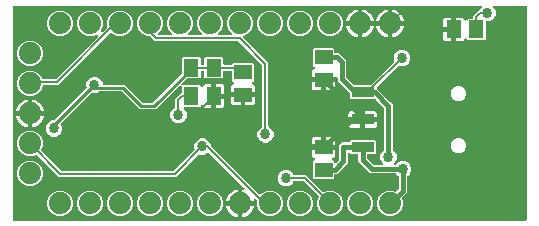
<source format=gbr>
G04 EAGLE Gerber RS-274X export*
G75*
%MOMM*%
%FSLAX34Y34*%
%LPD*%
%INBottom Copper*%
%IPPOS*%
%AMOC8*
5,1,8,0,0,1.08239X$1,22.5*%
G01*
%ADD10R,1.900000X0.900000*%
%ADD11R,1.900000X3.200000*%
%ADD12R,1.500000X1.300000*%
%ADD13C,1.879600*%
%ADD14R,1.300000X1.500000*%
%ADD15C,0.406400*%
%ADD16C,0.858000*%
%ADD17C,0.254000*%
%ADD18C,0.203200*%

G36*
X436082Y2009D02*
X436082Y2009D01*
X436140Y2007D01*
X436222Y2029D01*
X436306Y2041D01*
X436359Y2064D01*
X436415Y2079D01*
X436488Y2122D01*
X436565Y2157D01*
X436610Y2195D01*
X436660Y2224D01*
X436718Y2286D01*
X436782Y2340D01*
X436814Y2389D01*
X436854Y2432D01*
X436893Y2507D01*
X436940Y2577D01*
X436957Y2633D01*
X436984Y2685D01*
X436995Y2753D01*
X437025Y2848D01*
X437028Y2948D01*
X437039Y3016D01*
X437039Y183014D01*
X437031Y183072D01*
X437033Y183130D01*
X437011Y183212D01*
X436999Y183296D01*
X436976Y183349D01*
X436961Y183405D01*
X436918Y183478D01*
X436883Y183555D01*
X436845Y183600D01*
X436816Y183650D01*
X436754Y183708D01*
X436700Y183772D01*
X436651Y183804D01*
X436608Y183844D01*
X436533Y183883D01*
X436463Y183930D01*
X436407Y183947D01*
X436355Y183974D01*
X436287Y183985D01*
X436192Y184015D01*
X436092Y184018D01*
X436024Y184029D01*
X409742Y184029D01*
X409713Y184025D01*
X409684Y184028D01*
X409573Y184005D01*
X409460Y183989D01*
X409434Y183977D01*
X409405Y183972D01*
X409304Y183919D01*
X409201Y183873D01*
X409179Y183854D01*
X409153Y183841D01*
X409070Y183763D01*
X408984Y183690D01*
X408968Y183665D01*
X408946Y183645D01*
X408889Y183547D01*
X408826Y183453D01*
X408818Y183425D01*
X408803Y183400D01*
X408775Y183290D01*
X408741Y183182D01*
X408740Y183152D01*
X408733Y183124D01*
X408736Y183011D01*
X408733Y182898D01*
X408741Y182869D01*
X408742Y182840D01*
X408777Y182732D01*
X408805Y182623D01*
X408820Y182597D01*
X408829Y182569D01*
X408875Y182505D01*
X408950Y182378D01*
X408996Y182335D01*
X409024Y182296D01*
X409651Y181669D01*
X410691Y179159D01*
X410691Y176441D01*
X409651Y173931D01*
X407729Y172009D01*
X405219Y170969D01*
X403350Y170969D01*
X403292Y170961D01*
X403234Y170963D01*
X403152Y170941D01*
X403068Y170929D01*
X403015Y170906D01*
X402959Y170891D01*
X402886Y170848D01*
X402809Y170813D01*
X402764Y170775D01*
X402714Y170746D01*
X402656Y170684D01*
X402592Y170630D01*
X402560Y170581D01*
X402520Y170538D01*
X402481Y170463D01*
X402434Y170393D01*
X402417Y170337D01*
X402390Y170285D01*
X402379Y170217D01*
X402349Y170122D01*
X402346Y170022D01*
X402335Y169954D01*
X402335Y155698D01*
X401442Y154805D01*
X387178Y154805D01*
X386253Y155730D01*
X386245Y155785D01*
X386241Y155794D01*
X386240Y155804D01*
X386183Y155924D01*
X386129Y156045D01*
X386123Y156052D01*
X386119Y156061D01*
X386031Y156161D01*
X385946Y156262D01*
X385937Y156267D01*
X385931Y156274D01*
X385820Y156346D01*
X385709Y156419D01*
X385699Y156422D01*
X385691Y156427D01*
X385565Y156465D01*
X385438Y156505D01*
X385428Y156505D01*
X385419Y156508D01*
X385286Y156509D01*
X385154Y156512D01*
X385144Y156510D01*
X385134Y156510D01*
X385006Y156474D01*
X384879Y156441D01*
X384870Y156436D01*
X384861Y156433D01*
X384747Y156363D01*
X384634Y156295D01*
X384627Y156288D01*
X384619Y156283D01*
X384530Y156185D01*
X384440Y156088D01*
X384435Y156079D01*
X384429Y156072D01*
X384405Y156020D01*
X384310Y155835D01*
X384304Y155799D01*
X384289Y155767D01*
X384178Y155349D01*
X383843Y154770D01*
X383370Y154297D01*
X382791Y153962D01*
X382144Y153789D01*
X377341Y153789D01*
X377341Y162814D01*
X377333Y162872D01*
X377334Y162930D01*
X377313Y163012D01*
X377301Y163095D01*
X377277Y163149D01*
X377263Y163205D01*
X377220Y163278D01*
X377185Y163355D01*
X377147Y163399D01*
X377117Y163450D01*
X377056Y163507D01*
X377001Y163572D01*
X376953Y163604D01*
X376910Y163644D01*
X376835Y163683D01*
X376765Y163729D01*
X376709Y163747D01*
X376657Y163774D01*
X376589Y163785D01*
X376494Y163815D01*
X376394Y163818D01*
X376326Y163829D01*
X375309Y163829D01*
X375309Y163831D01*
X376326Y163831D01*
X376384Y163839D01*
X376442Y163838D01*
X376524Y163859D01*
X376607Y163871D01*
X376661Y163895D01*
X376717Y163909D01*
X376790Y163952D01*
X376867Y163987D01*
X376911Y164025D01*
X376962Y164055D01*
X377019Y164116D01*
X377084Y164171D01*
X377116Y164219D01*
X377156Y164262D01*
X377195Y164337D01*
X377241Y164407D01*
X377259Y164463D01*
X377286Y164515D01*
X377297Y164583D01*
X377327Y164678D01*
X377330Y164778D01*
X377341Y164846D01*
X377341Y173871D01*
X382144Y173871D01*
X382791Y173698D01*
X383370Y173363D01*
X383843Y172890D01*
X384178Y172311D01*
X384289Y171893D01*
X384293Y171884D01*
X384295Y171875D01*
X384349Y171754D01*
X384401Y171632D01*
X384407Y171624D01*
X384411Y171615D01*
X384496Y171514D01*
X384580Y171411D01*
X384588Y171406D01*
X384595Y171398D01*
X384705Y171325D01*
X384814Y171249D01*
X384823Y171246D01*
X384831Y171241D01*
X384958Y171201D01*
X385083Y171158D01*
X385093Y171158D01*
X385102Y171155D01*
X385235Y171152D01*
X385367Y171146D01*
X385377Y171148D01*
X385386Y171148D01*
X385515Y171181D01*
X385643Y171212D01*
X385652Y171217D01*
X385661Y171219D01*
X385775Y171287D01*
X385891Y171353D01*
X385897Y171360D01*
X385906Y171365D01*
X385997Y171462D01*
X386089Y171556D01*
X386094Y171565D01*
X386100Y171572D01*
X386161Y171691D01*
X386223Y171807D01*
X386225Y171816D01*
X386230Y171825D01*
X386239Y171881D01*
X386249Y171925D01*
X387178Y172855D01*
X390754Y172855D01*
X390812Y172863D01*
X390870Y172861D01*
X390952Y172883D01*
X391036Y172895D01*
X391089Y172918D01*
X391145Y172933D01*
X391218Y172976D01*
X391295Y173011D01*
X391340Y173049D01*
X391390Y173078D01*
X391448Y173140D01*
X391512Y173194D01*
X391544Y173243D01*
X391584Y173286D01*
X391623Y173361D01*
X391670Y173431D01*
X391687Y173487D01*
X391714Y173539D01*
X391725Y173607D01*
X391755Y173702D01*
X391758Y173802D01*
X391769Y173870D01*
X391769Y175652D01*
X396458Y180341D01*
X396841Y180341D01*
X396842Y180341D01*
X396844Y180341D01*
X396984Y180361D01*
X397122Y180381D01*
X397123Y180381D01*
X397125Y180381D01*
X397255Y180440D01*
X397381Y180497D01*
X397383Y180498D01*
X397384Y180499D01*
X397491Y180589D01*
X397598Y180680D01*
X397599Y180682D01*
X397601Y180683D01*
X397608Y180695D01*
X397756Y180917D01*
X397765Y180946D01*
X397778Y180967D01*
X398069Y181669D01*
X398696Y182296D01*
X398714Y182320D01*
X398736Y182339D01*
X398799Y182433D01*
X398867Y182523D01*
X398877Y182551D01*
X398894Y182575D01*
X398928Y182683D01*
X398968Y182789D01*
X398971Y182818D01*
X398979Y182846D01*
X398982Y182960D01*
X398992Y183072D01*
X398986Y183101D01*
X398987Y183130D01*
X398958Y183240D01*
X398936Y183351D01*
X398922Y183377D01*
X398915Y183405D01*
X398857Y183503D01*
X398805Y183603D01*
X398785Y183625D01*
X398770Y183650D01*
X398687Y183727D01*
X398609Y183809D01*
X398584Y183824D01*
X398562Y183844D01*
X398461Y183896D01*
X398364Y183953D01*
X398335Y183960D01*
X398309Y183974D01*
X398232Y183987D01*
X398088Y184023D01*
X398026Y184021D01*
X397978Y184029D01*
X3016Y184029D01*
X2958Y184021D01*
X2900Y184023D01*
X2818Y184001D01*
X2734Y183989D01*
X2681Y183966D01*
X2625Y183951D01*
X2552Y183908D01*
X2475Y183873D01*
X2430Y183835D01*
X2380Y183806D01*
X2322Y183744D01*
X2258Y183690D01*
X2226Y183641D01*
X2186Y183598D01*
X2147Y183523D01*
X2100Y183453D01*
X2083Y183397D01*
X2056Y183345D01*
X2045Y183277D01*
X2015Y183182D01*
X2012Y183082D01*
X2001Y183014D01*
X2001Y3016D01*
X2009Y2958D01*
X2007Y2900D01*
X2029Y2818D01*
X2041Y2734D01*
X2064Y2681D01*
X2079Y2625D01*
X2122Y2552D01*
X2157Y2475D01*
X2195Y2430D01*
X2224Y2380D01*
X2286Y2322D01*
X2340Y2258D01*
X2389Y2226D01*
X2432Y2186D01*
X2507Y2147D01*
X2577Y2100D01*
X2633Y2083D01*
X2685Y2056D01*
X2753Y2045D01*
X2848Y2015D01*
X2948Y2012D01*
X3016Y2001D01*
X436024Y2001D01*
X436082Y2009D01*
G37*
%LPC*%
G36*
X319137Y5587D02*
X319137Y5587D01*
X315123Y7250D01*
X312050Y10323D01*
X310387Y14337D01*
X310387Y18683D01*
X312050Y22697D01*
X315123Y25770D01*
X319137Y27433D01*
X323483Y27433D01*
X325486Y26603D01*
X325488Y26602D01*
X325489Y26602D01*
X325621Y26568D01*
X325762Y26532D01*
X325763Y26532D01*
X325765Y26531D01*
X325906Y26536D01*
X326046Y26540D01*
X326047Y26540D01*
X326049Y26540D01*
X326183Y26584D01*
X326317Y26627D01*
X326318Y26627D01*
X326319Y26628D01*
X326332Y26637D01*
X326553Y26785D01*
X326572Y26808D01*
X326593Y26823D01*
X328436Y28666D01*
X328488Y28736D01*
X328548Y28800D01*
X328574Y28849D01*
X328607Y28893D01*
X328638Y28975D01*
X328678Y29053D01*
X328686Y29100D01*
X328708Y29159D01*
X328714Y29227D01*
X328719Y29245D01*
X328721Y29311D01*
X328733Y29384D01*
X328733Y39006D01*
X328721Y39093D01*
X328718Y39180D01*
X328701Y39233D01*
X328693Y39288D01*
X328658Y39367D01*
X328631Y39451D01*
X328603Y39490D01*
X328577Y39547D01*
X328481Y39660D01*
X328436Y39724D01*
X326484Y41676D01*
X326414Y41728D01*
X326350Y41788D01*
X326301Y41814D01*
X326257Y41847D01*
X326175Y41878D01*
X326097Y41918D01*
X326050Y41926D01*
X325991Y41948D01*
X325843Y41960D01*
X325766Y41973D01*
X304787Y41973D01*
X294553Y52207D01*
X294553Y57590D01*
X294545Y57648D01*
X294547Y57706D01*
X294525Y57788D01*
X294513Y57872D01*
X294490Y57925D01*
X294475Y57981D01*
X294432Y58054D01*
X294397Y58131D01*
X294359Y58176D01*
X294330Y58226D01*
X294268Y58284D01*
X294214Y58348D01*
X294165Y58380D01*
X294122Y58420D01*
X294047Y58459D01*
X293977Y58506D01*
X293921Y58523D01*
X293869Y58550D01*
X293801Y58561D01*
X293706Y58591D01*
X293606Y58594D01*
X293538Y58605D01*
X287978Y58605D01*
X287230Y59354D01*
X287206Y59371D01*
X287187Y59394D01*
X287093Y59457D01*
X287003Y59525D01*
X286975Y59535D01*
X286951Y59551D01*
X286843Y59586D01*
X286737Y59626D01*
X286708Y59628D01*
X286680Y59637D01*
X286566Y59640D01*
X286454Y59650D01*
X286425Y59644D01*
X286396Y59645D01*
X286286Y59616D01*
X286175Y59594D01*
X286149Y59580D01*
X286121Y59573D01*
X286023Y59515D01*
X285923Y59463D01*
X285901Y59442D01*
X285876Y59427D01*
X285799Y59345D01*
X285717Y59267D01*
X285702Y59242D01*
X285682Y59220D01*
X285630Y59119D01*
X285573Y59022D01*
X285566Y58993D01*
X285552Y58967D01*
X285539Y58890D01*
X285503Y58746D01*
X285505Y58684D01*
X285497Y58636D01*
X285497Y50597D01*
X283116Y48216D01*
X278834Y43934D01*
X276453Y41553D01*
X275150Y41553D01*
X275092Y41545D01*
X275034Y41547D01*
X274952Y41525D01*
X274868Y41513D01*
X274815Y41490D01*
X274759Y41475D01*
X274686Y41432D01*
X274609Y41397D01*
X274564Y41359D01*
X274514Y41330D01*
X274456Y41268D01*
X274392Y41214D01*
X274360Y41165D01*
X274320Y41122D01*
X274281Y41047D01*
X274234Y40977D01*
X274217Y40921D01*
X274190Y40869D01*
X274179Y40801D01*
X274149Y40706D01*
X274146Y40606D01*
X274135Y40538D01*
X274135Y37978D01*
X273242Y37085D01*
X256978Y37085D01*
X256085Y37978D01*
X256085Y52242D01*
X257010Y53167D01*
X257065Y53175D01*
X257074Y53179D01*
X257084Y53180D01*
X257203Y53236D01*
X257325Y53291D01*
X257332Y53297D01*
X257341Y53301D01*
X257440Y53389D01*
X257542Y53474D01*
X257547Y53483D01*
X257554Y53489D01*
X257626Y53601D01*
X257699Y53711D01*
X257702Y53721D01*
X257707Y53729D01*
X257745Y53855D01*
X257785Y53982D01*
X257785Y53992D01*
X257788Y54001D01*
X257789Y54134D01*
X257792Y54266D01*
X257790Y54276D01*
X257790Y54286D01*
X257754Y54414D01*
X257720Y54541D01*
X257716Y54550D01*
X257713Y54559D01*
X257643Y54672D01*
X257575Y54786D01*
X257568Y54793D01*
X257563Y54801D01*
X257465Y54890D01*
X257368Y54980D01*
X257359Y54985D01*
X257352Y54991D01*
X257300Y55015D01*
X257115Y55110D01*
X257079Y55116D01*
X257046Y55131D01*
X256629Y55242D01*
X256050Y55577D01*
X255577Y56050D01*
X255242Y56629D01*
X255069Y57276D01*
X255069Y62079D01*
X264094Y62079D01*
X264152Y62087D01*
X264210Y62085D01*
X264292Y62107D01*
X264375Y62119D01*
X264429Y62143D01*
X264485Y62157D01*
X264558Y62200D01*
X264635Y62235D01*
X264679Y62273D01*
X264730Y62303D01*
X264787Y62364D01*
X264852Y62419D01*
X264884Y62467D01*
X264924Y62510D01*
X264963Y62585D01*
X265009Y62655D01*
X265027Y62711D01*
X265054Y62763D01*
X265065Y62831D01*
X265095Y62926D01*
X265098Y63026D01*
X265109Y63094D01*
X265109Y64111D01*
X265111Y64111D01*
X265111Y63094D01*
X265119Y63036D01*
X265118Y62978D01*
X265139Y62896D01*
X265151Y62813D01*
X265175Y62759D01*
X265189Y62703D01*
X265232Y62630D01*
X265267Y62553D01*
X265305Y62508D01*
X265335Y62458D01*
X265396Y62400D01*
X265451Y62336D01*
X265499Y62304D01*
X265542Y62264D01*
X265617Y62225D01*
X265687Y62179D01*
X265743Y62161D01*
X265795Y62134D01*
X265863Y62123D01*
X265958Y62093D01*
X266058Y62090D01*
X266126Y62079D01*
X275151Y62079D01*
X275151Y57276D01*
X274978Y56629D01*
X274643Y56050D01*
X274170Y55577D01*
X273591Y55242D01*
X273173Y55131D01*
X273164Y55127D01*
X273155Y55125D01*
X273034Y55071D01*
X272912Y55019D01*
X272904Y55013D01*
X272895Y55009D01*
X272794Y54924D01*
X272691Y54840D01*
X272686Y54832D01*
X272678Y54825D01*
X272605Y54715D01*
X272529Y54606D01*
X272526Y54597D01*
X272521Y54589D01*
X272481Y54462D01*
X272438Y54337D01*
X272438Y54327D01*
X272435Y54318D01*
X272432Y54185D01*
X272426Y54053D01*
X272428Y54043D01*
X272428Y54034D01*
X272461Y53905D01*
X272492Y53777D01*
X272497Y53768D01*
X272499Y53759D01*
X272567Y53645D01*
X272633Y53529D01*
X272640Y53523D01*
X272645Y53514D01*
X272742Y53423D01*
X272836Y53331D01*
X272845Y53326D01*
X272852Y53320D01*
X272971Y53259D01*
X273087Y53197D01*
X273096Y53195D01*
X273105Y53190D01*
X273161Y53181D01*
X273205Y53171D01*
X274135Y52242D01*
X274135Y51746D01*
X274139Y51717D01*
X274136Y51687D01*
X274142Y51659D01*
X274141Y51632D01*
X274162Y51553D01*
X274175Y51464D01*
X274187Y51438D01*
X274192Y51409D01*
X274207Y51380D01*
X274213Y51357D01*
X274252Y51291D01*
X274291Y51205D01*
X274310Y51182D01*
X274323Y51156D01*
X274347Y51131D01*
X274358Y51112D01*
X274411Y51063D01*
X274474Y50988D01*
X274499Y50972D01*
X274519Y50950D01*
X274551Y50932D01*
X274566Y50918D01*
X274627Y50887D01*
X274711Y50830D01*
X274739Y50821D01*
X274764Y50807D01*
X274801Y50797D01*
X274819Y50788D01*
X274871Y50780D01*
X274874Y50779D01*
X274982Y50744D01*
X275012Y50744D01*
X275040Y50736D01*
X275113Y50739D01*
X275150Y50733D01*
X275152Y50733D01*
X275196Y50739D01*
X275266Y50737D01*
X275295Y50745D01*
X275324Y50746D01*
X275387Y50766D01*
X275434Y50773D01*
X275478Y50793D01*
X275541Y50809D01*
X275567Y50824D01*
X275595Y50833D01*
X275638Y50864D01*
X275693Y50889D01*
X275734Y50924D01*
X275786Y50954D01*
X275829Y51000D01*
X275868Y51028D01*
X278086Y53246D01*
X278138Y53316D01*
X278198Y53380D01*
X278224Y53429D01*
X278257Y53473D01*
X278288Y53555D01*
X278328Y53633D01*
X278336Y53680D01*
X278358Y53739D01*
X278370Y53886D01*
X278383Y53964D01*
X278383Y66103D01*
X280467Y68187D01*
X286070Y68187D01*
X286128Y68195D01*
X286186Y68193D01*
X286268Y68215D01*
X286352Y68227D01*
X286405Y68250D01*
X286461Y68265D01*
X286534Y68308D01*
X286611Y68343D01*
X286656Y68381D01*
X286706Y68410D01*
X286764Y68472D01*
X286828Y68526D01*
X286860Y68575D01*
X286900Y68618D01*
X286939Y68693D01*
X286986Y68763D01*
X287003Y68819D01*
X287030Y68871D01*
X287041Y68939D01*
X287071Y69034D01*
X287074Y69134D01*
X287085Y69202D01*
X287085Y69762D01*
X287978Y70655D01*
X308242Y70655D01*
X309135Y69762D01*
X309135Y59498D01*
X308242Y58605D01*
X302682Y58605D01*
X302624Y58597D01*
X302566Y58599D01*
X302484Y58577D01*
X302400Y58565D01*
X302347Y58542D01*
X302291Y58527D01*
X302218Y58484D01*
X302141Y58449D01*
X302096Y58411D01*
X302046Y58382D01*
X301988Y58320D01*
X301924Y58266D01*
X301892Y58217D01*
X301852Y58174D01*
X301813Y58099D01*
X301766Y58029D01*
X301749Y57973D01*
X301722Y57921D01*
X301711Y57853D01*
X301681Y57758D01*
X301678Y57658D01*
X301667Y57590D01*
X301667Y55574D01*
X301679Y55487D01*
X301682Y55400D01*
X301699Y55347D01*
X301707Y55292D01*
X301742Y55212D01*
X301769Y55129D01*
X301797Y55090D01*
X301823Y55033D01*
X301919Y54920D01*
X301964Y54856D01*
X307436Y49384D01*
X307506Y49332D01*
X307570Y49272D01*
X307619Y49246D01*
X307663Y49213D01*
X307745Y49182D01*
X307823Y49142D01*
X307870Y49134D01*
X307929Y49112D01*
X308076Y49100D01*
X308154Y49087D01*
X314722Y49087D01*
X314751Y49091D01*
X314780Y49088D01*
X314891Y49111D01*
X315004Y49127D01*
X315030Y49139D01*
X315059Y49144D01*
X315160Y49197D01*
X315263Y49243D01*
X315285Y49262D01*
X315311Y49275D01*
X315394Y49353D01*
X315480Y49426D01*
X315496Y49451D01*
X315518Y49471D01*
X315575Y49569D01*
X315638Y49663D01*
X315647Y49691D01*
X315661Y49716D01*
X315689Y49826D01*
X315723Y49934D01*
X315724Y49964D01*
X315731Y49992D01*
X315728Y50105D01*
X315731Y50218D01*
X315723Y50247D01*
X315722Y50276D01*
X315687Y50384D01*
X315659Y50493D01*
X315644Y50519D01*
X315635Y50547D01*
X315589Y50611D01*
X315514Y50738D01*
X315468Y50781D01*
X315440Y50820D01*
X314249Y52011D01*
X313209Y54521D01*
X313209Y57239D01*
X314249Y59749D01*
X316186Y61686D01*
X316238Y61756D01*
X316298Y61820D01*
X316324Y61869D01*
X316357Y61913D01*
X316388Y61995D01*
X316428Y62073D01*
X316436Y62120D01*
X316458Y62179D01*
X316470Y62327D01*
X316483Y62404D01*
X316483Y96966D01*
X316471Y97053D01*
X316468Y97140D01*
X316451Y97193D01*
X316443Y97248D01*
X316408Y97328D01*
X316381Y97411D01*
X316353Y97450D01*
X316327Y97507D01*
X316231Y97620D01*
X316186Y97684D01*
X309471Y104399D01*
X309424Y104434D01*
X309384Y104477D01*
X309311Y104519D01*
X309244Y104570D01*
X309189Y104591D01*
X309139Y104620D01*
X309057Y104641D01*
X308978Y104671D01*
X308920Y104676D01*
X308863Y104690D01*
X308779Y104688D01*
X308695Y104695D01*
X308638Y104683D01*
X308579Y104681D01*
X308499Y104655D01*
X308416Y104639D01*
X308364Y104612D01*
X308344Y104605D01*
X287978Y104605D01*
X287085Y105498D01*
X287085Y110054D01*
X287073Y110141D01*
X287070Y110228D01*
X287053Y110281D01*
X287045Y110336D01*
X287010Y110416D01*
X286983Y110499D01*
X286955Y110538D01*
X286929Y110595D01*
X286833Y110708D01*
X286788Y110772D01*
X277113Y120447D01*
X277113Y122326D01*
X277105Y122384D01*
X277107Y122442D01*
X277085Y122524D01*
X277073Y122607D01*
X277050Y122661D01*
X277035Y122717D01*
X276992Y122790D01*
X276957Y122867D01*
X276919Y122911D01*
X276890Y122962D01*
X276828Y123019D01*
X276774Y123084D01*
X276725Y123116D01*
X276682Y123156D01*
X276607Y123195D01*
X276537Y123241D01*
X276481Y123259D01*
X276429Y123286D01*
X276361Y123297D01*
X276266Y123327D01*
X276166Y123330D01*
X276098Y123341D01*
X266126Y123341D01*
X266068Y123333D01*
X266010Y123334D01*
X265928Y123313D01*
X265845Y123301D01*
X265791Y123277D01*
X265735Y123263D01*
X265662Y123220D01*
X265585Y123185D01*
X265541Y123147D01*
X265490Y123117D01*
X265433Y123056D01*
X265368Y123001D01*
X265336Y122953D01*
X265296Y122910D01*
X265257Y122835D01*
X265211Y122765D01*
X265193Y122709D01*
X265166Y122657D01*
X265155Y122589D01*
X265125Y122494D01*
X265122Y122394D01*
X265111Y122326D01*
X265111Y121309D01*
X265109Y121309D01*
X265109Y122326D01*
X265101Y122384D01*
X265102Y122442D01*
X265081Y122524D01*
X265069Y122607D01*
X265045Y122661D01*
X265031Y122717D01*
X264988Y122790D01*
X264953Y122867D01*
X264915Y122911D01*
X264885Y122962D01*
X264824Y123019D01*
X264769Y123084D01*
X264721Y123116D01*
X264678Y123156D01*
X264603Y123195D01*
X264533Y123241D01*
X264477Y123259D01*
X264425Y123286D01*
X264357Y123297D01*
X264262Y123327D01*
X264162Y123330D01*
X264094Y123341D01*
X255069Y123341D01*
X255069Y128144D01*
X255242Y128791D01*
X255577Y129370D01*
X256050Y129843D01*
X256629Y130178D01*
X257047Y130289D01*
X257056Y130293D01*
X257065Y130295D01*
X257186Y130349D01*
X257308Y130401D01*
X257316Y130407D01*
X257325Y130411D01*
X257426Y130496D01*
X257529Y130580D01*
X257534Y130588D01*
X257542Y130595D01*
X257615Y130705D01*
X257691Y130814D01*
X257694Y130823D01*
X257699Y130831D01*
X257739Y130958D01*
X257782Y131083D01*
X257782Y131093D01*
X257785Y131102D01*
X257788Y131235D01*
X257794Y131367D01*
X257792Y131377D01*
X257792Y131386D01*
X257759Y131514D01*
X257728Y131643D01*
X257723Y131652D01*
X257721Y131661D01*
X257653Y131775D01*
X257587Y131891D01*
X257580Y131897D01*
X257575Y131906D01*
X257478Y131997D01*
X257384Y132089D01*
X257375Y132094D01*
X257368Y132100D01*
X257249Y132161D01*
X257133Y132223D01*
X257124Y132225D01*
X257115Y132230D01*
X257059Y132239D01*
X257015Y132249D01*
X256085Y133178D01*
X256085Y147442D01*
X256978Y148335D01*
X273242Y148335D01*
X274135Y147442D01*
X274135Y144882D01*
X274143Y144824D01*
X274141Y144766D01*
X274163Y144684D01*
X274175Y144600D01*
X274198Y144547D01*
X274213Y144491D01*
X274256Y144418D01*
X274291Y144341D01*
X274329Y144296D01*
X274358Y144246D01*
X274420Y144188D01*
X274474Y144124D01*
X274523Y144092D01*
X274566Y144052D01*
X274641Y144013D01*
X274711Y143966D01*
X274767Y143949D01*
X274819Y143922D01*
X274887Y143911D01*
X274982Y143881D01*
X275082Y143878D01*
X275150Y143867D01*
X277723Y143867D01*
X284227Y137363D01*
X284227Y123814D01*
X284235Y123759D01*
X284233Y123714D01*
X284240Y123688D01*
X284242Y123640D01*
X284259Y123587D01*
X284267Y123532D01*
X284301Y123455D01*
X284305Y123439D01*
X284308Y123434D01*
X284329Y123369D01*
X284357Y123330D01*
X284383Y123273D01*
X284479Y123160D01*
X284524Y123096D01*
X290668Y116952D01*
X290738Y116900D01*
X290802Y116840D01*
X290851Y116814D01*
X290895Y116781D01*
X290977Y116750D01*
X291055Y116710D01*
X291102Y116702D01*
X291161Y116680D01*
X291308Y116668D01*
X291386Y116655D01*
X304411Y116655D01*
X304498Y116667D01*
X304585Y116670D01*
X304638Y116687D01*
X304693Y116695D01*
X304772Y116730D01*
X304856Y116757D01*
X304895Y116785D01*
X304952Y116811D01*
X305065Y116907D01*
X305129Y116952D01*
X324710Y136533D01*
X324711Y136534D01*
X324712Y136535D01*
X324797Y136649D01*
X324881Y136760D01*
X324881Y136762D01*
X324882Y136763D01*
X324932Y136895D01*
X324982Y137026D01*
X324982Y137027D01*
X324983Y137029D01*
X324994Y137173D01*
X325006Y137309D01*
X325005Y137311D01*
X325005Y137312D01*
X325002Y137328D01*
X324950Y137588D01*
X324936Y137615D01*
X324930Y137639D01*
X324639Y138341D01*
X324639Y141059D01*
X325679Y143569D01*
X327601Y145491D01*
X330111Y146531D01*
X332829Y146531D01*
X335339Y145491D01*
X337261Y143569D01*
X338301Y141059D01*
X338301Y138341D01*
X337261Y135831D01*
X335339Y133909D01*
X332829Y132869D01*
X330111Y132869D01*
X329409Y133160D01*
X329408Y133160D01*
X329407Y133161D01*
X329273Y133195D01*
X329134Y133231D01*
X329133Y133231D01*
X329131Y133231D01*
X328990Y133227D01*
X328850Y133223D01*
X328848Y133222D01*
X328847Y133222D01*
X328714Y133179D01*
X328579Y133136D01*
X328578Y133135D01*
X328576Y133135D01*
X328564Y133126D01*
X328343Y132978D01*
X328323Y132954D01*
X328303Y132940D01*
X310364Y115001D01*
X310329Y114955D01*
X310287Y114914D01*
X310244Y114841D01*
X310194Y114774D01*
X310173Y114719D01*
X310143Y114669D01*
X310122Y114587D01*
X310092Y114508D01*
X310087Y114450D01*
X310073Y114394D01*
X310076Y114309D01*
X310069Y114225D01*
X310080Y114168D01*
X310082Y114109D01*
X310108Y114029D01*
X310125Y113946D01*
X310152Y113895D01*
X310170Y113839D01*
X310210Y113783D01*
X310256Y113694D01*
X310324Y113622D01*
X310364Y113566D01*
X312124Y111806D01*
X321216Y102714D01*
X323597Y100333D01*
X323597Y62404D01*
X323609Y62317D01*
X323612Y62230D01*
X323629Y62177D01*
X323637Y62122D01*
X323672Y62043D01*
X323699Y61959D01*
X323727Y61920D01*
X323753Y61863D01*
X323849Y61750D01*
X323894Y61686D01*
X325831Y59749D01*
X326871Y57239D01*
X326871Y54521D01*
X325831Y52011D01*
X324640Y50820D01*
X324622Y50796D01*
X324600Y50777D01*
X324537Y50683D01*
X324469Y50593D01*
X324459Y50565D01*
X324442Y50541D01*
X324408Y50433D01*
X324368Y50327D01*
X324365Y50298D01*
X324357Y50270D01*
X324354Y50156D01*
X324344Y50044D01*
X324350Y50015D01*
X324349Y49986D01*
X324378Y49876D01*
X324400Y49765D01*
X324414Y49739D01*
X324421Y49711D01*
X324479Y49613D01*
X324531Y49513D01*
X324551Y49491D01*
X324566Y49466D01*
X324649Y49389D01*
X324727Y49307D01*
X324752Y49292D01*
X324774Y49272D01*
X324875Y49220D01*
X324972Y49163D01*
X325001Y49156D01*
X325027Y49142D01*
X325104Y49129D01*
X325248Y49093D01*
X325310Y49095D01*
X325358Y49087D01*
X325766Y49087D01*
X325853Y49099D01*
X325940Y49102D01*
X325993Y49119D01*
X326048Y49127D01*
X326127Y49162D01*
X326211Y49189D01*
X326250Y49217D01*
X326307Y49243D01*
X326420Y49339D01*
X326484Y49384D01*
X328421Y51321D01*
X330931Y52361D01*
X333649Y52361D01*
X336159Y51321D01*
X338081Y49399D01*
X339121Y46889D01*
X339121Y44171D01*
X338081Y41661D01*
X336144Y39724D01*
X336092Y39654D01*
X336032Y39590D01*
X336006Y39541D01*
X335973Y39497D01*
X335942Y39415D01*
X335902Y39337D01*
X335894Y39290D01*
X335872Y39231D01*
X335860Y39083D01*
X335847Y39006D01*
X335847Y26017D01*
X331623Y21793D01*
X331622Y21792D01*
X331621Y21791D01*
X331536Y21677D01*
X331452Y21566D01*
X331451Y21564D01*
X331450Y21563D01*
X331401Y21431D01*
X331351Y21300D01*
X331351Y21298D01*
X331350Y21297D01*
X331338Y21152D01*
X331327Y21017D01*
X331327Y21015D01*
X331327Y21014D01*
X331331Y20998D01*
X331383Y20738D01*
X331397Y20711D01*
X331403Y20686D01*
X332233Y18683D01*
X332233Y14337D01*
X330570Y10323D01*
X327497Y7250D01*
X323483Y5587D01*
X319137Y5587D01*
G37*
%LPD*%
%LPC*%
G36*
X35471Y73179D02*
X35471Y73179D01*
X32961Y74219D01*
X31039Y76141D01*
X29999Y78651D01*
X29999Y81369D01*
X31039Y83879D01*
X32961Y85801D01*
X35471Y86841D01*
X36748Y86841D01*
X36834Y86853D01*
X36922Y86856D01*
X36975Y86873D01*
X37029Y86881D01*
X37109Y86916D01*
X37192Y86943D01*
X37232Y86971D01*
X37289Y86997D01*
X37402Y87093D01*
X37466Y87138D01*
X64255Y113927D01*
X64256Y113928D01*
X64257Y113929D01*
X64345Y114048D01*
X64426Y114154D01*
X64426Y114156D01*
X64427Y114157D01*
X64478Y114291D01*
X64527Y114420D01*
X64527Y114422D01*
X64527Y114423D01*
X64539Y114561D01*
X64550Y114703D01*
X64550Y114705D01*
X64550Y114706D01*
X64547Y114721D01*
X64494Y114982D01*
X64480Y115009D01*
X64475Y115033D01*
X64289Y115481D01*
X64289Y118199D01*
X65329Y120709D01*
X67251Y122631D01*
X69761Y123671D01*
X72479Y123671D01*
X74989Y122631D01*
X76911Y120709D01*
X77951Y118199D01*
X77951Y118110D01*
X77959Y118052D01*
X77957Y117994D01*
X77979Y117912D01*
X77991Y117828D01*
X78014Y117775D01*
X78029Y117719D01*
X78072Y117646D01*
X78107Y117569D01*
X78145Y117524D01*
X78174Y117474D01*
X78236Y117416D01*
X78290Y117352D01*
X78339Y117320D01*
X78382Y117280D01*
X78457Y117241D01*
X78527Y117194D01*
X78583Y117177D01*
X78635Y117150D01*
X78703Y117139D01*
X78798Y117109D01*
X78898Y117106D01*
X78966Y117095D01*
X96408Y117095D01*
X111350Y102152D01*
X111420Y102100D01*
X111484Y102040D01*
X111533Y102014D01*
X111577Y101981D01*
X111659Y101950D01*
X111737Y101910D01*
X111785Y101902D01*
X111843Y101880D01*
X111991Y101868D01*
X112068Y101855D01*
X120342Y101855D01*
X120428Y101867D01*
X120516Y101870D01*
X120569Y101887D01*
X120623Y101895D01*
X120703Y101930D01*
X120786Y101957D01*
X120826Y101985D01*
X120883Y102011D01*
X120996Y102107D01*
X121060Y102152D01*
X144738Y125830D01*
X144790Y125900D01*
X144850Y125964D01*
X144876Y126013D01*
X144909Y126057D01*
X144940Y126139D01*
X144980Y126217D01*
X144988Y126265D01*
X145010Y126323D01*
X145022Y126471D01*
X145035Y126548D01*
X145035Y139512D01*
X145928Y140405D01*
X160192Y140405D01*
X161085Y139512D01*
X161085Y134936D01*
X161092Y134888D01*
X161091Y134882D01*
X161093Y134877D01*
X161091Y134820D01*
X161113Y134738D01*
X161125Y134654D01*
X161148Y134601D01*
X161163Y134545D01*
X161206Y134472D01*
X161241Y134395D01*
X161279Y134350D01*
X161308Y134300D01*
X161370Y134242D01*
X161424Y134178D01*
X161473Y134146D01*
X161516Y134106D01*
X161591Y134067D01*
X161661Y134020D01*
X161717Y134003D01*
X161769Y133976D01*
X161837Y133965D01*
X161932Y133935D01*
X162032Y133932D01*
X162100Y133921D01*
X163020Y133921D01*
X163078Y133929D01*
X163136Y133927D01*
X163218Y133949D01*
X163302Y133961D01*
X163355Y133984D01*
X163411Y133999D01*
X163484Y134042D01*
X163561Y134077D01*
X163606Y134115D01*
X163656Y134144D01*
X163714Y134206D01*
X163778Y134260D01*
X163810Y134309D01*
X163850Y134352D01*
X163889Y134427D01*
X163936Y134497D01*
X163953Y134553D01*
X163980Y134605D01*
X163991Y134673D01*
X164021Y134768D01*
X164024Y134868D01*
X164035Y134936D01*
X164035Y139512D01*
X164928Y140405D01*
X179192Y140405D01*
X180085Y139512D01*
X180085Y134936D01*
X180092Y134888D01*
X180091Y134882D01*
X180093Y134877D01*
X180091Y134820D01*
X180113Y134738D01*
X180125Y134654D01*
X180148Y134601D01*
X180163Y134545D01*
X180206Y134472D01*
X180241Y134395D01*
X180279Y134350D01*
X180308Y134300D01*
X180370Y134242D01*
X180424Y134178D01*
X180473Y134146D01*
X180516Y134106D01*
X180591Y134067D01*
X180661Y134020D01*
X180717Y134003D01*
X180769Y133976D01*
X180837Y133965D01*
X180932Y133935D01*
X181032Y133932D01*
X181100Y133921D01*
X186810Y133921D01*
X186868Y133929D01*
X186926Y133927D01*
X187008Y133949D01*
X187092Y133961D01*
X187145Y133984D01*
X187201Y133999D01*
X187274Y134042D01*
X187351Y134077D01*
X187396Y134115D01*
X187446Y134144D01*
X187504Y134206D01*
X187568Y134260D01*
X187600Y134309D01*
X187640Y134352D01*
X187679Y134427D01*
X187726Y134497D01*
X187743Y134553D01*
X187770Y134605D01*
X187781Y134673D01*
X187793Y134709D01*
X188718Y135635D01*
X204982Y135635D01*
X205875Y134742D01*
X205875Y120478D01*
X204950Y119553D01*
X204895Y119545D01*
X204886Y119541D01*
X204876Y119540D01*
X204756Y119483D01*
X204635Y119429D01*
X204628Y119423D01*
X204619Y119419D01*
X204519Y119331D01*
X204418Y119246D01*
X204413Y119237D01*
X204405Y119231D01*
X204334Y119119D01*
X204261Y119009D01*
X204258Y119000D01*
X204252Y118991D01*
X204215Y118864D01*
X204175Y118738D01*
X204175Y118728D01*
X204172Y118719D01*
X204171Y118586D01*
X204168Y118454D01*
X204170Y118444D01*
X204170Y118434D01*
X204206Y118306D01*
X204239Y118179D01*
X204244Y118170D01*
X204247Y118161D01*
X204317Y118048D01*
X204385Y117934D01*
X204392Y117927D01*
X204397Y117919D01*
X204495Y117831D01*
X204592Y117740D01*
X204601Y117735D01*
X204608Y117729D01*
X204659Y117705D01*
X204845Y117610D01*
X204881Y117604D01*
X204913Y117589D01*
X205331Y117478D01*
X205910Y117143D01*
X206383Y116670D01*
X206718Y116091D01*
X206891Y115444D01*
X206891Y110641D01*
X197866Y110641D01*
X197808Y110633D01*
X197750Y110634D01*
X197668Y110613D01*
X197585Y110601D01*
X197531Y110577D01*
X197475Y110563D01*
X197402Y110520D01*
X197325Y110485D01*
X197281Y110447D01*
X197230Y110417D01*
X197173Y110356D01*
X197108Y110301D01*
X197076Y110253D01*
X197036Y110210D01*
X196997Y110135D01*
X196951Y110065D01*
X196933Y110009D01*
X196906Y109957D01*
X196895Y109889D01*
X196865Y109794D01*
X196862Y109694D01*
X196851Y109626D01*
X196851Y108609D01*
X196849Y108609D01*
X196849Y109626D01*
X196841Y109682D01*
X196842Y109734D01*
X196842Y109742D01*
X196821Y109824D01*
X196809Y109907D01*
X196785Y109961D01*
X196771Y110017D01*
X196728Y110090D01*
X196693Y110167D01*
X196655Y110211D01*
X196625Y110262D01*
X196564Y110319D01*
X196509Y110384D01*
X196461Y110416D01*
X196418Y110456D01*
X196343Y110495D01*
X196273Y110541D01*
X196217Y110559D01*
X196165Y110586D01*
X196097Y110597D01*
X196002Y110627D01*
X195902Y110630D01*
X195834Y110641D01*
X186809Y110641D01*
X186809Y115444D01*
X186982Y116091D01*
X187317Y116670D01*
X187790Y117143D01*
X188369Y117478D01*
X188787Y117589D01*
X188796Y117593D01*
X188805Y117595D01*
X188926Y117649D01*
X189048Y117701D01*
X189056Y117707D01*
X189065Y117711D01*
X189166Y117797D01*
X189269Y117880D01*
X189274Y117888D01*
X189282Y117895D01*
X189355Y118005D01*
X189431Y118114D01*
X189434Y118123D01*
X189439Y118131D01*
X189479Y118257D01*
X189522Y118383D01*
X189522Y118393D01*
X189525Y118402D01*
X189528Y118535D01*
X189534Y118667D01*
X189532Y118676D01*
X189532Y118686D01*
X189499Y118815D01*
X189468Y118943D01*
X189463Y118952D01*
X189461Y118961D01*
X189393Y119075D01*
X189327Y119191D01*
X189320Y119197D01*
X189315Y119206D01*
X189219Y119296D01*
X189124Y119389D01*
X189115Y119394D01*
X189108Y119400D01*
X188990Y119461D01*
X188873Y119523D01*
X188864Y119525D01*
X188855Y119530D01*
X188799Y119539D01*
X188755Y119549D01*
X187825Y120478D01*
X187825Y127824D01*
X187817Y127882D01*
X187819Y127940D01*
X187797Y128022D01*
X187785Y128106D01*
X187762Y128159D01*
X187747Y128215D01*
X187704Y128288D01*
X187669Y128365D01*
X187631Y128410D01*
X187602Y128460D01*
X187540Y128518D01*
X187486Y128582D01*
X187437Y128614D01*
X187394Y128654D01*
X187319Y128693D01*
X187249Y128740D01*
X187193Y128757D01*
X187141Y128784D01*
X187073Y128795D01*
X186978Y128825D01*
X186878Y128828D01*
X186810Y128839D01*
X181100Y128839D01*
X181042Y128831D01*
X180984Y128833D01*
X180902Y128811D01*
X180818Y128799D01*
X180765Y128776D01*
X180709Y128761D01*
X180636Y128718D01*
X180559Y128683D01*
X180514Y128645D01*
X180464Y128616D01*
X180406Y128554D01*
X180342Y128500D01*
X180310Y128451D01*
X180270Y128408D01*
X180231Y128333D01*
X180184Y128263D01*
X180167Y128207D01*
X180140Y128155D01*
X180129Y128087D01*
X180099Y127992D01*
X180096Y127892D01*
X180085Y127824D01*
X180085Y123248D01*
X179192Y122355D01*
X164928Y122355D01*
X164035Y123248D01*
X164035Y127824D01*
X164027Y127882D01*
X164029Y127940D01*
X164007Y128022D01*
X163995Y128106D01*
X163972Y128159D01*
X163957Y128215D01*
X163914Y128288D01*
X163879Y128365D01*
X163841Y128410D01*
X163812Y128460D01*
X163750Y128518D01*
X163696Y128582D01*
X163647Y128614D01*
X163604Y128654D01*
X163529Y128693D01*
X163459Y128740D01*
X163403Y128757D01*
X163351Y128784D01*
X163283Y128795D01*
X163188Y128825D01*
X163088Y128828D01*
X163020Y128839D01*
X162100Y128839D01*
X162042Y128831D01*
X161984Y128833D01*
X161902Y128811D01*
X161818Y128799D01*
X161765Y128776D01*
X161709Y128761D01*
X161636Y128718D01*
X161559Y128683D01*
X161514Y128645D01*
X161464Y128616D01*
X161406Y128554D01*
X161342Y128500D01*
X161310Y128451D01*
X161270Y128408D01*
X161231Y128333D01*
X161184Y128263D01*
X161167Y128207D01*
X161140Y128155D01*
X161129Y128087D01*
X161099Y127992D01*
X161096Y127892D01*
X161085Y127824D01*
X161085Y123248D01*
X160192Y122355D01*
X149588Y122355D01*
X149502Y122343D01*
X149414Y122340D01*
X149361Y122323D01*
X149307Y122315D01*
X149227Y122280D01*
X149144Y122253D01*
X149104Y122225D01*
X149047Y122199D01*
X148934Y122103D01*
X148870Y122058D01*
X144950Y118138D01*
X144933Y118114D01*
X144910Y118095D01*
X144847Y118001D01*
X144779Y117911D01*
X144769Y117883D01*
X144753Y117859D01*
X144718Y117751D01*
X144678Y117645D01*
X144676Y117616D01*
X144667Y117588D01*
X144664Y117474D01*
X144655Y117362D01*
X144660Y117333D01*
X144660Y117304D01*
X144688Y117194D01*
X144710Y117083D01*
X144724Y117057D01*
X144731Y117029D01*
X144789Y116931D01*
X144841Y116831D01*
X144862Y116809D01*
X144877Y116784D01*
X144959Y116707D01*
X145037Y116625D01*
X145063Y116610D01*
X145084Y116590D01*
X145185Y116538D01*
X145282Y116481D01*
X145311Y116474D01*
X145337Y116460D01*
X145414Y116447D01*
X145558Y116411D01*
X145620Y116413D01*
X145668Y116405D01*
X160192Y116405D01*
X161117Y115480D01*
X161125Y115425D01*
X161129Y115416D01*
X161130Y115406D01*
X161152Y115359D01*
X161163Y115317D01*
X161202Y115252D01*
X161241Y115165D01*
X161247Y115158D01*
X161251Y115149D01*
X161288Y115107D01*
X161308Y115073D01*
X161360Y115025D01*
X161424Y114948D01*
X161433Y114943D01*
X161439Y114936D01*
X161488Y114904D01*
X161516Y114878D01*
X161575Y114848D01*
X161661Y114791D01*
X161671Y114788D01*
X161679Y114783D01*
X161737Y114765D01*
X161769Y114749D01*
X161820Y114740D01*
X161932Y114705D01*
X161942Y114705D01*
X161951Y114702D01*
X162053Y114701D01*
X162100Y114693D01*
X162101Y114693D01*
X162144Y114700D01*
X162216Y114698D01*
X162226Y114700D01*
X162236Y114700D01*
X162325Y114725D01*
X162382Y114733D01*
X162423Y114752D01*
X162491Y114769D01*
X162500Y114774D01*
X162509Y114777D01*
X162585Y114824D01*
X162642Y114850D01*
X162678Y114880D01*
X162736Y114915D01*
X162743Y114922D01*
X162751Y114927D01*
X162808Y114991D01*
X162859Y115033D01*
X162887Y115076D01*
X162930Y115122D01*
X162935Y115131D01*
X162941Y115138D01*
X162965Y115190D01*
X162972Y115203D01*
X163016Y115270D01*
X163033Y115323D01*
X163060Y115375D01*
X163066Y115411D01*
X163081Y115443D01*
X163192Y115861D01*
X163527Y116440D01*
X164000Y116913D01*
X164579Y117248D01*
X165226Y117421D01*
X170029Y117421D01*
X170029Y108396D01*
X170037Y108338D01*
X170035Y108280D01*
X170057Y108198D01*
X170069Y108115D01*
X170093Y108061D01*
X170107Y108005D01*
X170150Y107932D01*
X170185Y107855D01*
X170223Y107811D01*
X170253Y107760D01*
X170314Y107703D01*
X170369Y107638D01*
X170417Y107606D01*
X170460Y107566D01*
X170535Y107527D01*
X170605Y107481D01*
X170661Y107463D01*
X170713Y107436D01*
X170781Y107425D01*
X170876Y107395D01*
X170976Y107392D01*
X171044Y107381D01*
X172061Y107381D01*
X172061Y107379D01*
X171044Y107379D01*
X170986Y107371D01*
X170928Y107372D01*
X170846Y107351D01*
X170763Y107339D01*
X170709Y107315D01*
X170653Y107301D01*
X170580Y107258D01*
X170503Y107223D01*
X170458Y107185D01*
X170408Y107155D01*
X170350Y107094D01*
X170286Y107039D01*
X170254Y106991D01*
X170214Y106948D01*
X170175Y106873D01*
X170129Y106803D01*
X170111Y106747D01*
X170084Y106695D01*
X170073Y106627D01*
X170043Y106532D01*
X170040Y106432D01*
X170029Y106364D01*
X170029Y97339D01*
X165226Y97339D01*
X164579Y97512D01*
X164000Y97847D01*
X163527Y98320D01*
X163192Y98899D01*
X163081Y99317D01*
X163077Y99326D01*
X163075Y99335D01*
X163021Y99456D01*
X162969Y99578D01*
X162963Y99586D01*
X162959Y99595D01*
X162874Y99696D01*
X162790Y99799D01*
X162782Y99804D01*
X162775Y99812D01*
X162665Y99885D01*
X162556Y99961D01*
X162547Y99964D01*
X162539Y99969D01*
X162412Y100009D01*
X162287Y100052D01*
X162277Y100052D01*
X162268Y100055D01*
X162135Y100058D01*
X162003Y100064D01*
X161993Y100062D01*
X161984Y100062D01*
X161855Y100029D01*
X161727Y99998D01*
X161718Y99993D01*
X161709Y99991D01*
X161595Y99923D01*
X161479Y99857D01*
X161473Y99850D01*
X161464Y99845D01*
X161373Y99748D01*
X161281Y99654D01*
X161276Y99645D01*
X161270Y99638D01*
X161209Y99519D01*
X161147Y99403D01*
X161145Y99394D01*
X161140Y99385D01*
X161131Y99329D01*
X161121Y99285D01*
X160192Y98355D01*
X147436Y98355D01*
X147407Y98351D01*
X147378Y98354D01*
X147267Y98331D01*
X147154Y98315D01*
X147128Y98303D01*
X147099Y98298D01*
X146998Y98245D01*
X146895Y98199D01*
X146873Y98180D01*
X146847Y98167D01*
X146764Y98089D01*
X146678Y98016D01*
X146662Y97991D01*
X146640Y97971D01*
X146583Y97873D01*
X146520Y97779D01*
X146511Y97751D01*
X146497Y97726D01*
X146469Y97616D01*
X146435Y97508D01*
X146434Y97478D01*
X146427Y97450D01*
X146430Y97337D01*
X146427Y97224D01*
X146435Y97195D01*
X146436Y97166D01*
X146471Y97058D01*
X146499Y96949D01*
X146514Y96923D01*
X146523Y96895D01*
X146569Y96831D01*
X146644Y96704D01*
X146690Y96661D01*
X146718Y96622D01*
X148031Y95309D01*
X149071Y92799D01*
X149071Y90081D01*
X148031Y87571D01*
X146109Y85649D01*
X143599Y84609D01*
X140881Y84609D01*
X138371Y85649D01*
X136449Y87571D01*
X135409Y90081D01*
X135409Y92799D01*
X136449Y95309D01*
X138371Y97231D01*
X139073Y97522D01*
X139074Y97522D01*
X139075Y97523D01*
X139154Y97569D01*
X139201Y97590D01*
X139227Y97613D01*
X139317Y97666D01*
X139319Y97667D01*
X139320Y97668D01*
X139415Y97770D01*
X139513Y97873D01*
X139513Y97874D01*
X139514Y97875D01*
X139577Y97998D01*
X139643Y98125D01*
X139643Y98127D01*
X139644Y98128D01*
X139646Y98143D01*
X139698Y98404D01*
X139695Y98435D01*
X139699Y98459D01*
X139699Y105192D01*
X144645Y110138D01*
X144656Y110144D01*
X144714Y110206D01*
X144778Y110260D01*
X144810Y110309D01*
X144850Y110352D01*
X144889Y110427D01*
X144936Y110497D01*
X144953Y110553D01*
X144980Y110605D01*
X144991Y110673D01*
X145021Y110768D01*
X145024Y110868D01*
X145035Y110936D01*
X145035Y115772D01*
X145031Y115801D01*
X145034Y115830D01*
X145011Y115941D01*
X144995Y116053D01*
X144983Y116080D01*
X144978Y116109D01*
X144926Y116209D01*
X144879Y116313D01*
X144860Y116335D01*
X144847Y116361D01*
X144769Y116443D01*
X144696Y116530D01*
X144671Y116546D01*
X144651Y116567D01*
X144553Y116625D01*
X144459Y116687D01*
X144431Y116696D01*
X144406Y116711D01*
X144296Y116739D01*
X144188Y116773D01*
X144158Y116774D01*
X144130Y116781D01*
X144017Y116778D01*
X143904Y116780D01*
X143875Y116773D01*
X143846Y116772D01*
X143738Y116737D01*
X143629Y116709D01*
X143603Y116694D01*
X143575Y116685D01*
X143512Y116639D01*
X143384Y116563D01*
X143341Y116518D01*
X143302Y116490D01*
X125012Y98200D01*
X123078Y96265D01*
X109332Y96265D01*
X94390Y111208D01*
X94320Y111260D01*
X94256Y111320D01*
X94207Y111346D01*
X94163Y111379D01*
X94081Y111410D01*
X94003Y111450D01*
X93955Y111458D01*
X93897Y111480D01*
X93749Y111492D01*
X93672Y111505D01*
X75866Y111505D01*
X75779Y111493D01*
X75692Y111490D01*
X75639Y111473D01*
X75584Y111465D01*
X75505Y111430D01*
X75421Y111403D01*
X75382Y111375D01*
X75325Y111349D01*
X75212Y111253D01*
X75148Y111208D01*
X74989Y111049D01*
X72479Y110009D01*
X69761Y110009D01*
X69313Y110195D01*
X69312Y110195D01*
X69311Y110196D01*
X69178Y110230D01*
X69038Y110266D01*
X69037Y110266D01*
X69035Y110266D01*
X68894Y110262D01*
X68754Y110258D01*
X68753Y110257D01*
X68751Y110257D01*
X68617Y110214D01*
X68483Y110171D01*
X68482Y110170D01*
X68480Y110170D01*
X68468Y110161D01*
X68247Y110013D01*
X68227Y109989D01*
X68207Y109975D01*
X42951Y84719D01*
X42950Y84718D01*
X42949Y84717D01*
X42863Y84602D01*
X42780Y84492D01*
X42780Y84490D01*
X42779Y84489D01*
X42728Y84354D01*
X42679Y84226D01*
X42679Y84225D01*
X42679Y84223D01*
X42667Y84079D01*
X42656Y83943D01*
X42656Y83941D01*
X42656Y83940D01*
X42659Y83924D01*
X42712Y83664D01*
X42726Y83637D01*
X42731Y83613D01*
X43661Y81369D01*
X43661Y78651D01*
X42621Y76141D01*
X40699Y74219D01*
X38189Y73179D01*
X35471Y73179D01*
G37*
%LPD*%
%LPC*%
G36*
X214541Y68099D02*
X214541Y68099D01*
X212031Y69139D01*
X210109Y71061D01*
X209069Y73571D01*
X209069Y76289D01*
X210109Y78799D01*
X212031Y80721D01*
X212733Y81012D01*
X212734Y81012D01*
X212735Y81013D01*
X212852Y81082D01*
X212977Y81156D01*
X212979Y81157D01*
X212980Y81158D01*
X213075Y81260D01*
X213173Y81363D01*
X213173Y81364D01*
X213174Y81365D01*
X213239Y81491D01*
X213303Y81615D01*
X213303Y81617D01*
X213304Y81618D01*
X213306Y81633D01*
X213358Y81894D01*
X213355Y81925D01*
X213359Y81949D01*
X213359Y133147D01*
X213347Y133234D01*
X213344Y133321D01*
X213327Y133374D01*
X213319Y133429D01*
X213284Y133508D01*
X213257Y133592D01*
X213229Y133631D01*
X213203Y133688D01*
X213107Y133801D01*
X213062Y133865D01*
X193555Y153372D01*
X193485Y153424D01*
X193421Y153484D01*
X193372Y153510D01*
X193328Y153543D01*
X193246Y153574D01*
X193168Y153614D01*
X193121Y153622D01*
X193062Y153644D01*
X192914Y153656D01*
X192837Y153669D01*
X122138Y153669D01*
X118117Y157690D01*
X118047Y157742D01*
X117983Y157802D01*
X117934Y157828D01*
X117890Y157861D01*
X117808Y157892D01*
X117730Y157932D01*
X117683Y157940D01*
X117624Y157962D01*
X117476Y157974D01*
X117399Y157987D01*
X115937Y157987D01*
X111923Y159650D01*
X108850Y162723D01*
X107187Y166737D01*
X107187Y171083D01*
X108850Y175097D01*
X111923Y178170D01*
X115937Y179833D01*
X120283Y179833D01*
X124297Y178170D01*
X127370Y175097D01*
X129033Y171083D01*
X129033Y166737D01*
X127370Y162723D01*
X125131Y160484D01*
X125113Y160460D01*
X125091Y160441D01*
X125028Y160347D01*
X124960Y160257D01*
X124950Y160229D01*
X124933Y160205D01*
X124899Y160097D01*
X124859Y159991D01*
X124856Y159962D01*
X124848Y159934D01*
X124845Y159820D01*
X124835Y159708D01*
X124841Y159679D01*
X124840Y159650D01*
X124869Y159540D01*
X124891Y159429D01*
X124905Y159403D01*
X124912Y159375D01*
X124970Y159277D01*
X125022Y159177D01*
X125042Y159155D01*
X125057Y159130D01*
X125140Y159053D01*
X125218Y158971D01*
X125243Y158956D01*
X125265Y158936D01*
X125365Y158884D01*
X125463Y158827D01*
X125492Y158820D01*
X125518Y158806D01*
X125595Y158793D01*
X125739Y158757D01*
X125801Y158759D01*
X125849Y158751D01*
X135771Y158751D01*
X135800Y158755D01*
X135829Y158752D01*
X135941Y158775D01*
X136053Y158791D01*
X136079Y158803D01*
X136108Y158808D01*
X136209Y158861D01*
X136312Y158907D01*
X136334Y158926D01*
X136361Y158939D01*
X136443Y159017D01*
X136529Y159090D01*
X136545Y159115D01*
X136567Y159135D01*
X136624Y159233D01*
X136687Y159327D01*
X136696Y159355D01*
X136710Y159380D01*
X136738Y159490D01*
X136772Y159598D01*
X136773Y159628D01*
X136780Y159656D01*
X136777Y159769D01*
X136780Y159882D01*
X136772Y159911D01*
X136771Y159940D01*
X136736Y160048D01*
X136708Y160157D01*
X136693Y160183D01*
X136684Y160211D01*
X136638Y160274D01*
X136563Y160402D01*
X136517Y160445D01*
X136489Y160484D01*
X134250Y162723D01*
X132587Y166737D01*
X132587Y171083D01*
X134250Y175097D01*
X137323Y178170D01*
X141337Y179833D01*
X145683Y179833D01*
X149697Y178170D01*
X152770Y175097D01*
X154433Y171083D01*
X154433Y166737D01*
X152770Y162723D01*
X150531Y160484D01*
X150513Y160460D01*
X150491Y160441D01*
X150428Y160347D01*
X150360Y160257D01*
X150350Y160229D01*
X150333Y160205D01*
X150299Y160097D01*
X150259Y159991D01*
X150256Y159962D01*
X150248Y159934D01*
X150245Y159820D01*
X150235Y159708D01*
X150241Y159679D01*
X150240Y159650D01*
X150269Y159540D01*
X150291Y159429D01*
X150305Y159403D01*
X150312Y159375D01*
X150370Y159277D01*
X150422Y159177D01*
X150442Y159155D01*
X150457Y159130D01*
X150540Y159053D01*
X150618Y158971D01*
X150643Y158956D01*
X150665Y158936D01*
X150765Y158884D01*
X150863Y158827D01*
X150892Y158820D01*
X150918Y158806D01*
X150995Y158793D01*
X151139Y158757D01*
X151201Y158759D01*
X151249Y158751D01*
X161171Y158751D01*
X161200Y158755D01*
X161229Y158752D01*
X161341Y158775D01*
X161453Y158791D01*
X161479Y158803D01*
X161508Y158808D01*
X161609Y158861D01*
X161712Y158907D01*
X161734Y158926D01*
X161761Y158939D01*
X161843Y159017D01*
X161929Y159090D01*
X161945Y159115D01*
X161967Y159135D01*
X162024Y159233D01*
X162087Y159327D01*
X162096Y159355D01*
X162110Y159380D01*
X162138Y159490D01*
X162172Y159598D01*
X162173Y159628D01*
X162180Y159656D01*
X162177Y159769D01*
X162180Y159882D01*
X162172Y159911D01*
X162171Y159940D01*
X162136Y160048D01*
X162108Y160157D01*
X162093Y160183D01*
X162084Y160211D01*
X162038Y160274D01*
X161963Y160402D01*
X161917Y160445D01*
X161889Y160484D01*
X159650Y162723D01*
X157987Y166737D01*
X157987Y171083D01*
X159650Y175097D01*
X162723Y178170D01*
X166737Y179833D01*
X171083Y179833D01*
X175097Y178170D01*
X178170Y175097D01*
X179833Y171083D01*
X179833Y166737D01*
X178170Y162723D01*
X175931Y160484D01*
X175913Y160460D01*
X175891Y160441D01*
X175828Y160347D01*
X175760Y160257D01*
X175750Y160229D01*
X175733Y160205D01*
X175699Y160097D01*
X175659Y159991D01*
X175656Y159962D01*
X175648Y159934D01*
X175645Y159820D01*
X175635Y159708D01*
X175641Y159679D01*
X175640Y159650D01*
X175669Y159540D01*
X175691Y159429D01*
X175705Y159403D01*
X175712Y159375D01*
X175770Y159277D01*
X175822Y159177D01*
X175842Y159155D01*
X175857Y159130D01*
X175940Y159053D01*
X176018Y158971D01*
X176043Y158956D01*
X176065Y158936D01*
X176165Y158884D01*
X176263Y158827D01*
X176292Y158820D01*
X176318Y158806D01*
X176395Y158793D01*
X176539Y158757D01*
X176601Y158759D01*
X176649Y158751D01*
X186571Y158751D01*
X186600Y158755D01*
X186629Y158752D01*
X186741Y158775D01*
X186853Y158791D01*
X186879Y158803D01*
X186908Y158808D01*
X187009Y158861D01*
X187112Y158907D01*
X187134Y158926D01*
X187161Y158939D01*
X187243Y159017D01*
X187329Y159090D01*
X187345Y159115D01*
X187367Y159135D01*
X187424Y159233D01*
X187487Y159327D01*
X187496Y159355D01*
X187510Y159380D01*
X187538Y159490D01*
X187572Y159598D01*
X187573Y159628D01*
X187580Y159656D01*
X187577Y159769D01*
X187580Y159882D01*
X187572Y159911D01*
X187571Y159940D01*
X187536Y160048D01*
X187508Y160157D01*
X187493Y160183D01*
X187484Y160211D01*
X187438Y160274D01*
X187363Y160402D01*
X187317Y160445D01*
X187289Y160484D01*
X185050Y162723D01*
X183387Y166737D01*
X183387Y171083D01*
X185050Y175097D01*
X188123Y178170D01*
X192137Y179833D01*
X196483Y179833D01*
X200497Y178170D01*
X203570Y175097D01*
X205233Y171083D01*
X205233Y166737D01*
X203570Y162723D01*
X200497Y159650D01*
X197634Y158464D01*
X197535Y158406D01*
X197433Y158353D01*
X197413Y158334D01*
X197389Y158320D01*
X197311Y158236D01*
X197227Y158157D01*
X197213Y158133D01*
X197194Y158113D01*
X197142Y158011D01*
X197084Y157912D01*
X197077Y157885D01*
X197064Y157860D01*
X197042Y157747D01*
X197013Y157636D01*
X197014Y157609D01*
X197009Y157581D01*
X197019Y157467D01*
X197022Y157352D01*
X197031Y157326D01*
X197033Y157298D01*
X197075Y157191D01*
X197110Y157082D01*
X197124Y157061D01*
X197135Y157033D01*
X197296Y156821D01*
X197305Y156808D01*
X218441Y135672D01*
X218441Y81949D01*
X218441Y81948D01*
X218441Y81946D01*
X218461Y81806D01*
X218481Y81668D01*
X218481Y81667D01*
X218481Y81665D01*
X218540Y81535D01*
X218597Y81409D01*
X218598Y81407D01*
X218599Y81406D01*
X218690Y81299D01*
X218780Y81192D01*
X218782Y81191D01*
X218783Y81189D01*
X218795Y81182D01*
X219017Y81034D01*
X219046Y81025D01*
X219067Y81012D01*
X219769Y80721D01*
X221691Y78799D01*
X222731Y76289D01*
X222731Y73571D01*
X221691Y71061D01*
X219769Y69139D01*
X217259Y68099D01*
X214541Y68099D01*
G37*
%LPD*%
%LPC*%
G36*
X217537Y5587D02*
X217537Y5587D01*
X213523Y7250D01*
X210450Y10323D01*
X208787Y14337D01*
X208787Y18712D01*
X208775Y18799D01*
X208772Y18886D01*
X208755Y18939D01*
X208747Y18993D01*
X208712Y19073D01*
X208685Y19157D01*
X208657Y19196D01*
X208631Y19253D01*
X208535Y19366D01*
X208490Y19430D01*
X207664Y20256D01*
X207577Y20321D01*
X207494Y20392D01*
X207464Y20407D01*
X207437Y20427D01*
X207335Y20466D01*
X207236Y20511D01*
X207203Y20516D01*
X207171Y20528D01*
X207063Y20537D01*
X206955Y20553D01*
X206921Y20549D01*
X206888Y20552D01*
X206781Y20530D01*
X206673Y20516D01*
X206642Y20503D01*
X206609Y20496D01*
X206512Y20446D01*
X206413Y20402D01*
X206387Y20380D01*
X206357Y20365D01*
X206278Y20290D01*
X206194Y20220D01*
X206175Y20192D01*
X206150Y20169D01*
X206095Y20075D01*
X206034Y19985D01*
X206024Y19953D01*
X206007Y19924D01*
X205980Y19818D01*
X205946Y19715D01*
X205946Y19685D01*
X205937Y19648D01*
X205944Y19430D01*
X205943Y19379D01*
X206076Y18541D01*
X196341Y18541D01*
X196341Y28276D01*
X197179Y28143D01*
X197288Y28141D01*
X197396Y28132D01*
X197430Y28139D01*
X197464Y28138D01*
X197568Y28167D01*
X197675Y28188D01*
X197705Y28204D01*
X197738Y28213D01*
X197831Y28269D01*
X197927Y28319D01*
X197952Y28342D01*
X197981Y28360D01*
X198055Y28440D01*
X198134Y28515D01*
X198151Y28544D01*
X198174Y28569D01*
X198222Y28666D01*
X198277Y28760D01*
X198286Y28793D01*
X198301Y28823D01*
X198321Y28930D01*
X198347Y29036D01*
X198346Y29070D01*
X198353Y29103D01*
X198342Y29211D01*
X198338Y29320D01*
X198328Y29352D01*
X198325Y29386D01*
X198284Y29487D01*
X198251Y29590D01*
X198233Y29615D01*
X198219Y29650D01*
X198085Y29823D01*
X198056Y29864D01*
X168403Y59517D01*
X168356Y59552D01*
X168316Y59595D01*
X168243Y59637D01*
X168176Y59688D01*
X168121Y59709D01*
X168071Y59738D01*
X167989Y59759D01*
X167910Y59789D01*
X167852Y59794D01*
X167795Y59808D01*
X167711Y59806D01*
X167627Y59813D01*
X167569Y59801D01*
X167511Y59799D01*
X167431Y59773D01*
X167348Y59757D01*
X167296Y59730D01*
X167240Y59712D01*
X167184Y59672D01*
X167096Y59626D01*
X167023Y59557D01*
X166967Y59517D01*
X166429Y58979D01*
X163919Y57939D01*
X161201Y57939D01*
X160499Y58230D01*
X160498Y58230D01*
X160497Y58231D01*
X160363Y58265D01*
X160224Y58301D01*
X160223Y58301D01*
X160221Y58301D01*
X160080Y58297D01*
X159940Y58293D01*
X159938Y58292D01*
X159937Y58292D01*
X159803Y58249D01*
X159669Y58206D01*
X159668Y58205D01*
X159666Y58205D01*
X159654Y58196D01*
X159433Y58048D01*
X159413Y58024D01*
X159393Y58010D01*
X142312Y40929D01*
X140526Y39143D01*
X41084Y39143D01*
X22809Y57418D01*
X22808Y57419D01*
X22807Y57420D01*
X22693Y57505D01*
X22582Y57589D01*
X22580Y57589D01*
X22579Y57590D01*
X22447Y57640D01*
X22316Y57690D01*
X22314Y57690D01*
X22313Y57691D01*
X22168Y57702D01*
X22033Y57714D01*
X22031Y57713D01*
X22030Y57714D01*
X22014Y57710D01*
X21754Y57658D01*
X21727Y57644D01*
X21702Y57638D01*
X18683Y56387D01*
X14337Y56387D01*
X10323Y58050D01*
X7250Y61123D01*
X5587Y65137D01*
X5587Y69483D01*
X7250Y73497D01*
X10323Y76570D01*
X14337Y78233D01*
X18683Y78233D01*
X22697Y76570D01*
X25770Y73497D01*
X27433Y69483D01*
X27433Y65137D01*
X26182Y62118D01*
X26181Y62116D01*
X26181Y62115D01*
X26147Y61980D01*
X26111Y61842D01*
X26111Y61841D01*
X26111Y61839D01*
X26115Y61699D01*
X26119Y61558D01*
X26120Y61557D01*
X26120Y61555D01*
X26163Y61422D01*
X26206Y61287D01*
X26207Y61286D01*
X26207Y61285D01*
X26216Y61272D01*
X26364Y61051D01*
X26387Y61032D01*
X26402Y61011D01*
X42891Y44522D01*
X42961Y44470D01*
X43025Y44410D01*
X43074Y44384D01*
X43118Y44351D01*
X43200Y44320D01*
X43278Y44280D01*
X43325Y44272D01*
X43384Y44250D01*
X43532Y44238D01*
X43609Y44225D01*
X138001Y44225D01*
X138088Y44237D01*
X138175Y44240D01*
X138228Y44257D01*
X138283Y44265D01*
X138362Y44300D01*
X138446Y44327D01*
X138485Y44355D01*
X138542Y44381D01*
X138655Y44477D01*
X138719Y44522D01*
X155800Y61603D01*
X155801Y61604D01*
X155802Y61605D01*
X155885Y61716D01*
X155971Y61830D01*
X155971Y61832D01*
X155972Y61833D01*
X156021Y61962D01*
X156072Y62096D01*
X156072Y62097D01*
X156073Y62099D01*
X156084Y62240D01*
X156096Y62379D01*
X156095Y62381D01*
X156095Y62382D01*
X156092Y62398D01*
X156040Y62658D01*
X156026Y62685D01*
X156020Y62709D01*
X155729Y63411D01*
X155729Y66129D01*
X156769Y68639D01*
X158691Y70561D01*
X161201Y71601D01*
X163919Y71601D01*
X166429Y70561D01*
X168351Y68639D01*
X169392Y66125D01*
X169403Y66049D01*
X169406Y65962D01*
X169423Y65909D01*
X169431Y65854D01*
X169466Y65775D01*
X169493Y65691D01*
X169521Y65652D01*
X169547Y65595D01*
X169643Y65482D01*
X169688Y65418D01*
X210712Y24394D01*
X210758Y24359D01*
X210799Y24317D01*
X210871Y24274D01*
X210939Y24224D01*
X210993Y24203D01*
X211044Y24173D01*
X211126Y24152D01*
X211204Y24122D01*
X211263Y24118D01*
X211319Y24103D01*
X211404Y24106D01*
X211488Y24099D01*
X211545Y24110D01*
X211604Y24112D01*
X211684Y24138D01*
X211767Y24155D01*
X211818Y24182D01*
X211874Y24200D01*
X211930Y24240D01*
X212019Y24286D01*
X212091Y24354D01*
X212147Y24394D01*
X213523Y25770D01*
X217537Y27433D01*
X221883Y27433D01*
X225897Y25770D01*
X228970Y22697D01*
X230633Y18683D01*
X230633Y14337D01*
X228970Y10323D01*
X225897Y7250D01*
X221883Y5587D01*
X217537Y5587D01*
G37*
%LPD*%
%LPC*%
G36*
X14337Y107187D02*
X14337Y107187D01*
X10323Y108850D01*
X7250Y111923D01*
X5587Y115937D01*
X5587Y120283D01*
X7250Y124297D01*
X10323Y127370D01*
X14337Y129033D01*
X18683Y129033D01*
X22697Y127370D01*
X25770Y124297D01*
X26495Y122547D01*
X26495Y122546D01*
X26496Y122545D01*
X26567Y122424D01*
X26639Y122303D01*
X26640Y122302D01*
X26641Y122300D01*
X26749Y122199D01*
X26846Y122107D01*
X26847Y122107D01*
X26848Y122106D01*
X26974Y122041D01*
X27099Y121977D01*
X27100Y121977D01*
X27102Y121976D01*
X27117Y121974D01*
X27377Y121922D01*
X27408Y121925D01*
X27433Y121921D01*
X37897Y121921D01*
X37984Y121933D01*
X38071Y121936D01*
X38124Y121953D01*
X38179Y121961D01*
X38258Y121996D01*
X38342Y122023D01*
X38381Y122051D01*
X38438Y122077D01*
X38551Y122173D01*
X38615Y122218D01*
X74241Y157844D01*
X74292Y157913D01*
X74352Y157975D01*
X74378Y158026D01*
X74412Y158071D01*
X74442Y158152D01*
X74482Y158228D01*
X74493Y158284D01*
X74513Y158337D01*
X74520Y158423D01*
X74537Y158507D01*
X74532Y158564D01*
X74537Y158620D01*
X74520Y158704D01*
X74512Y158790D01*
X74492Y158843D01*
X74481Y158899D01*
X74441Y158975D01*
X74410Y159055D01*
X74376Y159101D01*
X74350Y159151D01*
X74291Y159214D01*
X74239Y159282D01*
X74193Y159316D01*
X74154Y159357D01*
X74080Y159401D01*
X74011Y159452D01*
X73958Y159472D01*
X73909Y159501D01*
X73825Y159522D01*
X73745Y159553D01*
X73688Y159557D01*
X73633Y159571D01*
X73547Y159568D01*
X73462Y159575D01*
X73413Y159564D01*
X73349Y159562D01*
X73211Y159518D01*
X73134Y159500D01*
X69483Y157987D01*
X65137Y157987D01*
X61123Y159650D01*
X58050Y162723D01*
X56387Y166737D01*
X56387Y171083D01*
X58050Y175097D01*
X61123Y178170D01*
X65137Y179833D01*
X69483Y179833D01*
X73497Y178170D01*
X76570Y175097D01*
X78233Y171083D01*
X78233Y166737D01*
X76720Y163086D01*
X76699Y163002D01*
X76668Y162922D01*
X76663Y162865D01*
X76649Y162810D01*
X76652Y162724D01*
X76644Y162639D01*
X76656Y162583D01*
X76657Y162526D01*
X76683Y162444D01*
X76700Y162360D01*
X76727Y162309D01*
X76744Y162255D01*
X76792Y162184D01*
X76831Y162108D01*
X76871Y162066D01*
X76902Y162019D01*
X76968Y161964D01*
X77027Y161902D01*
X77076Y161873D01*
X77120Y161836D01*
X77198Y161801D01*
X77272Y161758D01*
X77328Y161744D01*
X77380Y161721D01*
X77465Y161709D01*
X77548Y161688D01*
X77605Y161690D01*
X77661Y161682D01*
X77746Y161694D01*
X77832Y161697D01*
X77886Y161714D01*
X77943Y161722D01*
X78021Y161758D01*
X78103Y161784D01*
X78143Y161813D01*
X78202Y161839D01*
X78312Y161934D01*
X78376Y161979D01*
X81702Y165305D01*
X81703Y165306D01*
X81704Y165307D01*
X81791Y165423D01*
X81873Y165532D01*
X81874Y165534D01*
X81875Y165535D01*
X81924Y165665D01*
X81974Y165798D01*
X81974Y165800D01*
X81975Y165801D01*
X81986Y165940D01*
X81998Y166081D01*
X81997Y166083D01*
X81998Y166085D01*
X81994Y166099D01*
X81942Y166360D01*
X81928Y166387D01*
X81922Y166412D01*
X81787Y166737D01*
X81787Y171083D01*
X83450Y175097D01*
X86523Y178170D01*
X90537Y179833D01*
X94883Y179833D01*
X98897Y178170D01*
X101970Y175097D01*
X103633Y171083D01*
X103633Y166737D01*
X101970Y162723D01*
X98897Y159650D01*
X94883Y157987D01*
X90537Y157987D01*
X86523Y159650D01*
X85596Y160577D01*
X85549Y160612D01*
X85509Y160655D01*
X85436Y160697D01*
X85369Y160748D01*
X85314Y160769D01*
X85264Y160798D01*
X85182Y160819D01*
X85103Y160849D01*
X85045Y160854D01*
X84988Y160868D01*
X84904Y160866D01*
X84820Y160873D01*
X84763Y160861D01*
X84704Y160859D01*
X84624Y160833D01*
X84541Y160817D01*
X84489Y160790D01*
X84434Y160772D01*
X84377Y160732D01*
X84289Y160686D01*
X84216Y160617D01*
X84160Y160577D01*
X40422Y116839D01*
X28448Y116839D01*
X28390Y116831D01*
X28332Y116833D01*
X28250Y116811D01*
X28166Y116799D01*
X28113Y116776D01*
X28057Y116761D01*
X27984Y116718D01*
X27907Y116683D01*
X27862Y116645D01*
X27812Y116616D01*
X27754Y116554D01*
X27690Y116500D01*
X27658Y116451D01*
X27618Y116408D01*
X27579Y116333D01*
X27532Y116263D01*
X27515Y116207D01*
X27488Y116155D01*
X27477Y116087D01*
X27447Y115992D01*
X27446Y115970D01*
X25770Y111923D01*
X22697Y108850D01*
X18683Y107187D01*
X14337Y107187D01*
G37*
%LPD*%
%LPC*%
G36*
X268337Y5587D02*
X268337Y5587D01*
X264323Y7250D01*
X261250Y10323D01*
X259587Y14337D01*
X259587Y18683D01*
X260838Y21702D01*
X260839Y21704D01*
X260839Y21705D01*
X260873Y21840D01*
X260909Y21978D01*
X260909Y21979D01*
X260909Y21981D01*
X260905Y22121D01*
X260901Y22262D01*
X260900Y22263D01*
X260900Y22265D01*
X260857Y22398D01*
X260814Y22533D01*
X260813Y22534D01*
X260813Y22535D01*
X260804Y22548D01*
X260656Y22769D01*
X260633Y22788D01*
X260618Y22809D01*
X248245Y35182D01*
X248175Y35234D01*
X248111Y35294D01*
X248062Y35320D01*
X248018Y35353D01*
X247936Y35384D01*
X247858Y35424D01*
X247811Y35432D01*
X247752Y35454D01*
X247604Y35466D01*
X247527Y35479D01*
X240319Y35479D01*
X240318Y35479D01*
X240316Y35479D01*
X240176Y35459D01*
X240038Y35439D01*
X240037Y35439D01*
X240035Y35439D01*
X239905Y35380D01*
X239779Y35323D01*
X239777Y35322D01*
X239776Y35321D01*
X239669Y35231D01*
X239562Y35140D01*
X239561Y35138D01*
X239559Y35137D01*
X239552Y35125D01*
X239404Y34903D01*
X239395Y34874D01*
X239382Y34853D01*
X239091Y34151D01*
X237169Y32229D01*
X234659Y31189D01*
X231941Y31189D01*
X229431Y32229D01*
X227509Y34151D01*
X226469Y36661D01*
X226469Y39379D01*
X227509Y41889D01*
X229431Y43811D01*
X231941Y44851D01*
X234659Y44851D01*
X237169Y43811D01*
X239091Y41889D01*
X239382Y41187D01*
X239382Y41186D01*
X239383Y41185D01*
X239452Y41068D01*
X239526Y40943D01*
X239527Y40941D01*
X239528Y40940D01*
X239630Y40845D01*
X239733Y40747D01*
X239734Y40747D01*
X239735Y40746D01*
X239861Y40681D01*
X239985Y40617D01*
X239987Y40617D01*
X239988Y40616D01*
X240003Y40614D01*
X240264Y40562D01*
X240295Y40565D01*
X240319Y40561D01*
X250052Y40561D01*
X251838Y38775D01*
X264211Y26402D01*
X264212Y26401D01*
X264213Y26400D01*
X264328Y26314D01*
X264438Y26231D01*
X264440Y26231D01*
X264441Y26230D01*
X264573Y26180D01*
X264704Y26130D01*
X264706Y26130D01*
X264707Y26129D01*
X264852Y26118D01*
X264987Y26106D01*
X264989Y26107D01*
X264990Y26106D01*
X265006Y26110D01*
X265266Y26162D01*
X265293Y26176D01*
X265318Y26182D01*
X268337Y27433D01*
X272683Y27433D01*
X276697Y25770D01*
X279770Y22697D01*
X281433Y18683D01*
X281433Y14337D01*
X279770Y10323D01*
X276697Y7250D01*
X272683Y5587D01*
X268337Y5587D01*
G37*
%LPD*%
%LPC*%
G36*
X141337Y5587D02*
X141337Y5587D01*
X137323Y7250D01*
X134250Y10323D01*
X132587Y14337D01*
X132587Y18683D01*
X134250Y22697D01*
X137323Y25770D01*
X141337Y27433D01*
X145683Y27433D01*
X149697Y25770D01*
X152770Y22697D01*
X154433Y18683D01*
X154433Y14337D01*
X152770Y10323D01*
X149697Y7250D01*
X145683Y5587D01*
X141337Y5587D01*
G37*
%LPD*%
%LPC*%
G36*
X14337Y30987D02*
X14337Y30987D01*
X10323Y32650D01*
X7250Y35723D01*
X5587Y39737D01*
X5587Y44083D01*
X7250Y48097D01*
X10323Y51170D01*
X14337Y52833D01*
X18683Y52833D01*
X22697Y51170D01*
X25770Y48097D01*
X27433Y44083D01*
X27433Y39737D01*
X25770Y35723D01*
X22697Y32650D01*
X18683Y30987D01*
X14337Y30987D01*
G37*
%LPD*%
%LPC*%
G36*
X268337Y157987D02*
X268337Y157987D01*
X264323Y159650D01*
X261250Y162723D01*
X259587Y166737D01*
X259587Y171083D01*
X261250Y175097D01*
X264323Y178170D01*
X268337Y179833D01*
X272683Y179833D01*
X276697Y178170D01*
X279770Y175097D01*
X281433Y171083D01*
X281433Y166737D01*
X279770Y162723D01*
X276697Y159650D01*
X272683Y157987D01*
X268337Y157987D01*
G37*
%LPD*%
%LPC*%
G36*
X242937Y157987D02*
X242937Y157987D01*
X238923Y159650D01*
X235850Y162723D01*
X234187Y166737D01*
X234187Y171083D01*
X235850Y175097D01*
X238923Y178170D01*
X242937Y179833D01*
X247283Y179833D01*
X251297Y178170D01*
X254370Y175097D01*
X256033Y171083D01*
X256033Y166737D01*
X254370Y162723D01*
X251297Y159650D01*
X247283Y157987D01*
X242937Y157987D01*
G37*
%LPD*%
%LPC*%
G36*
X217537Y157987D02*
X217537Y157987D01*
X213523Y159650D01*
X210450Y162723D01*
X208787Y166737D01*
X208787Y171083D01*
X210450Y175097D01*
X213523Y178170D01*
X217537Y179833D01*
X221883Y179833D01*
X225897Y178170D01*
X228970Y175097D01*
X230633Y171083D01*
X230633Y166737D01*
X228970Y162723D01*
X225897Y159650D01*
X221883Y157987D01*
X217537Y157987D01*
G37*
%LPD*%
%LPC*%
G36*
X39737Y157987D02*
X39737Y157987D01*
X35723Y159650D01*
X32650Y162723D01*
X30987Y166737D01*
X30987Y171083D01*
X32650Y175097D01*
X35723Y178170D01*
X39737Y179833D01*
X44083Y179833D01*
X48097Y178170D01*
X51170Y175097D01*
X52833Y171083D01*
X52833Y166737D01*
X51170Y162723D01*
X48097Y159650D01*
X44083Y157987D01*
X39737Y157987D01*
G37*
%LPD*%
%LPC*%
G36*
X166737Y5587D02*
X166737Y5587D01*
X162723Y7250D01*
X159650Y10323D01*
X157987Y14337D01*
X157987Y18683D01*
X159650Y22697D01*
X162723Y25770D01*
X166737Y27433D01*
X171083Y27433D01*
X175097Y25770D01*
X178170Y22697D01*
X179833Y18683D01*
X179833Y14337D01*
X178170Y10323D01*
X175097Y7250D01*
X171083Y5587D01*
X166737Y5587D01*
G37*
%LPD*%
%LPC*%
G36*
X39737Y5587D02*
X39737Y5587D01*
X35723Y7250D01*
X32650Y10323D01*
X30987Y14337D01*
X30987Y18683D01*
X32650Y22697D01*
X35723Y25770D01*
X39737Y27433D01*
X44083Y27433D01*
X48097Y25770D01*
X51170Y22697D01*
X52833Y18683D01*
X52833Y14337D01*
X51170Y10323D01*
X48097Y7250D01*
X44083Y5587D01*
X39737Y5587D01*
G37*
%LPD*%
%LPC*%
G36*
X65137Y5587D02*
X65137Y5587D01*
X61123Y7250D01*
X58050Y10323D01*
X56387Y14337D01*
X56387Y18683D01*
X58050Y22697D01*
X61123Y25770D01*
X65137Y27433D01*
X69483Y27433D01*
X73497Y25770D01*
X76570Y22697D01*
X78233Y18683D01*
X78233Y14337D01*
X76570Y10323D01*
X73497Y7250D01*
X69483Y5587D01*
X65137Y5587D01*
G37*
%LPD*%
%LPC*%
G36*
X90537Y5587D02*
X90537Y5587D01*
X86523Y7250D01*
X83450Y10323D01*
X81787Y14337D01*
X81787Y18683D01*
X83450Y22697D01*
X86523Y25770D01*
X90537Y27433D01*
X94883Y27433D01*
X98897Y25770D01*
X101970Y22697D01*
X103633Y18683D01*
X103633Y14337D01*
X101970Y10323D01*
X98897Y7250D01*
X94883Y5587D01*
X90537Y5587D01*
G37*
%LPD*%
%LPC*%
G36*
X115937Y5587D02*
X115937Y5587D01*
X111923Y7250D01*
X108850Y10323D01*
X107187Y14337D01*
X107187Y18683D01*
X108850Y22697D01*
X111923Y25770D01*
X115937Y27433D01*
X120283Y27433D01*
X124297Y25770D01*
X127370Y22697D01*
X129033Y18683D01*
X129033Y14337D01*
X127370Y10323D01*
X124297Y7250D01*
X120283Y5587D01*
X115937Y5587D01*
G37*
%LPD*%
%LPC*%
G36*
X242937Y5587D02*
X242937Y5587D01*
X238923Y7250D01*
X235850Y10323D01*
X234187Y14337D01*
X234187Y18683D01*
X235850Y22697D01*
X238923Y25770D01*
X242937Y27433D01*
X247283Y27433D01*
X251297Y25770D01*
X254370Y22697D01*
X256033Y18683D01*
X256033Y14337D01*
X254370Y10323D01*
X251297Y7250D01*
X247283Y5587D01*
X242937Y5587D01*
G37*
%LPD*%
%LPC*%
G36*
X293737Y5587D02*
X293737Y5587D01*
X289723Y7250D01*
X286650Y10323D01*
X284987Y14337D01*
X284987Y18683D01*
X286650Y22697D01*
X289723Y25770D01*
X293737Y27433D01*
X298083Y27433D01*
X302097Y25770D01*
X305170Y22697D01*
X306833Y18683D01*
X306833Y14337D01*
X305170Y10323D01*
X302097Y7250D01*
X298083Y5587D01*
X293737Y5587D01*
G37*
%LPD*%
%LPC*%
G36*
X14337Y132587D02*
X14337Y132587D01*
X10323Y134250D01*
X7250Y137323D01*
X5587Y141337D01*
X5587Y145683D01*
X7250Y149697D01*
X10323Y152770D01*
X14337Y154433D01*
X18683Y154433D01*
X22697Y152770D01*
X25770Y149697D01*
X27433Y145683D01*
X27433Y141337D01*
X25770Y137323D01*
X22697Y134250D01*
X18683Y132587D01*
X14337Y132587D01*
G37*
%LPD*%
%LPC*%
G36*
X378117Y103129D02*
X378117Y103129D01*
X375728Y104119D01*
X373899Y105948D01*
X373048Y108002D01*
X372909Y108337D01*
X372909Y110923D01*
X373048Y111258D01*
X373899Y113312D01*
X375728Y115141D01*
X378117Y116131D01*
X380703Y116131D01*
X383092Y115141D01*
X384921Y113312D01*
X385911Y110923D01*
X385911Y108337D01*
X384921Y105948D01*
X383092Y104119D01*
X380703Y103129D01*
X378117Y103129D01*
G37*
%LPD*%
%LPC*%
G36*
X378117Y59129D02*
X378117Y59129D01*
X375728Y60119D01*
X373899Y61948D01*
X373048Y64002D01*
X372909Y64337D01*
X372909Y66923D01*
X373048Y67258D01*
X373899Y69312D01*
X375728Y71141D01*
X378117Y72131D01*
X380703Y72131D01*
X383092Y71141D01*
X384921Y69312D01*
X385911Y66923D01*
X385911Y64337D01*
X384921Y61948D01*
X383092Y60119D01*
X380703Y59129D01*
X378117Y59129D01*
G37*
%LPD*%
%LPC*%
G36*
X297941Y170941D02*
X297941Y170941D01*
X297941Y180676D01*
X298706Y180555D01*
X300493Y179974D01*
X302167Y179121D01*
X303688Y178016D01*
X305016Y176688D01*
X306121Y175167D01*
X306974Y173493D01*
X307555Y171706D01*
X307607Y171374D01*
X307644Y171255D01*
X307677Y171133D01*
X307686Y171119D01*
X307691Y171103D01*
X307759Y170997D01*
X307793Y170941D01*
X297941Y170941D01*
G37*
%LPD*%
%LPC*%
G36*
X309423Y170941D02*
X309423Y170941D01*
X309432Y170954D01*
X309506Y171056D01*
X309511Y171071D01*
X309521Y171086D01*
X309610Y171356D01*
X309610Y171365D01*
X309613Y171374D01*
X309665Y171706D01*
X310246Y173493D01*
X311099Y175167D01*
X312204Y176688D01*
X313532Y178016D01*
X315053Y179121D01*
X316727Y179974D01*
X318514Y180555D01*
X319279Y180676D01*
X319279Y170941D01*
X309423Y170941D01*
G37*
%LPD*%
%LPC*%
G36*
X297941Y166879D02*
X297941Y166879D01*
X307797Y166879D01*
X307788Y166865D01*
X307714Y166764D01*
X307709Y166750D01*
X307699Y166734D01*
X307610Y166464D01*
X307610Y166455D01*
X307607Y166446D01*
X307555Y166114D01*
X306974Y164327D01*
X306121Y162653D01*
X305016Y161132D01*
X303688Y159804D01*
X302167Y158699D01*
X300493Y157846D01*
X298706Y157265D01*
X297941Y157144D01*
X297941Y166879D01*
G37*
%LPD*%
%LPC*%
G36*
X318514Y157265D02*
X318514Y157265D01*
X316727Y157846D01*
X315053Y158699D01*
X313532Y159804D01*
X312204Y161132D01*
X311099Y162653D01*
X310246Y164327D01*
X309665Y166114D01*
X309613Y166446D01*
X309576Y166566D01*
X309543Y166687D01*
X309534Y166701D01*
X309529Y166718D01*
X309461Y166823D01*
X309427Y166879D01*
X319279Y166879D01*
X319279Y157144D01*
X318514Y157265D01*
G37*
%LPD*%
%LPC*%
G36*
X323341Y170941D02*
X323341Y170941D01*
X323341Y180676D01*
X324106Y180555D01*
X325893Y179974D01*
X327567Y179121D01*
X329088Y178016D01*
X330416Y176688D01*
X331521Y175167D01*
X332374Y173493D01*
X332955Y171706D01*
X333076Y170941D01*
X323341Y170941D01*
G37*
%LPD*%
%LPC*%
G36*
X18541Y94741D02*
X18541Y94741D01*
X18541Y104476D01*
X19306Y104355D01*
X21093Y103774D01*
X22767Y102921D01*
X24288Y101816D01*
X25616Y100488D01*
X26721Y98967D01*
X27574Y97293D01*
X28155Y95506D01*
X28276Y94741D01*
X18541Y94741D01*
G37*
%LPD*%
%LPC*%
G36*
X284144Y170941D02*
X284144Y170941D01*
X284265Y171706D01*
X284846Y173493D01*
X285699Y175167D01*
X286804Y176688D01*
X288132Y178016D01*
X289653Y179121D01*
X291327Y179974D01*
X293114Y180555D01*
X293879Y180676D01*
X293879Y170941D01*
X284144Y170941D01*
G37*
%LPD*%
%LPC*%
G36*
X182544Y18541D02*
X182544Y18541D01*
X182665Y19306D01*
X183246Y21093D01*
X184099Y22767D01*
X185204Y24288D01*
X186532Y25616D01*
X188053Y26721D01*
X189727Y27574D01*
X191514Y28155D01*
X192279Y28276D01*
X192279Y18541D01*
X182544Y18541D01*
G37*
%LPD*%
%LPC*%
G36*
X323341Y166879D02*
X323341Y166879D01*
X333076Y166879D01*
X332955Y166114D01*
X332374Y164327D01*
X331521Y162653D01*
X330416Y161132D01*
X329088Y159804D01*
X327567Y158699D01*
X325893Y157846D01*
X324106Y157265D01*
X323341Y157144D01*
X323341Y166879D01*
G37*
%LPD*%
%LPC*%
G36*
X4744Y94741D02*
X4744Y94741D01*
X4865Y95506D01*
X5446Y97293D01*
X6299Y98967D01*
X7404Y100488D01*
X8732Y101816D01*
X10253Y102921D01*
X11927Y103774D01*
X13714Y104355D01*
X14479Y104476D01*
X14479Y94741D01*
X4744Y94741D01*
G37*
%LPD*%
%LPC*%
G36*
X18541Y90679D02*
X18541Y90679D01*
X28276Y90679D01*
X28155Y89914D01*
X27574Y88127D01*
X26721Y86453D01*
X25616Y84932D01*
X24288Y83604D01*
X22767Y82499D01*
X21093Y81646D01*
X19306Y81065D01*
X18541Y80944D01*
X18541Y90679D01*
G37*
%LPD*%
%LPC*%
G36*
X196341Y14479D02*
X196341Y14479D01*
X206076Y14479D01*
X205955Y13714D01*
X205374Y11927D01*
X204521Y10253D01*
X203416Y8732D01*
X202088Y7404D01*
X200567Y6299D01*
X198893Y5446D01*
X197106Y4865D01*
X196341Y4744D01*
X196341Y14479D01*
G37*
%LPD*%
%LPC*%
G36*
X293114Y157265D02*
X293114Y157265D01*
X291327Y157846D01*
X289653Y158699D01*
X288132Y159804D01*
X286804Y161132D01*
X285699Y162653D01*
X284846Y164327D01*
X284265Y166114D01*
X284144Y166879D01*
X293879Y166879D01*
X293879Y157144D01*
X293114Y157265D01*
G37*
%LPD*%
%LPC*%
G36*
X13714Y81065D02*
X13714Y81065D01*
X11927Y81646D01*
X10253Y82499D01*
X8732Y83604D01*
X7404Y84932D01*
X6299Y86453D01*
X5446Y88127D01*
X4865Y89914D01*
X4744Y90679D01*
X14479Y90679D01*
X14479Y80944D01*
X13714Y81065D01*
G37*
%LPD*%
%LPC*%
G36*
X191514Y4865D02*
X191514Y4865D01*
X189727Y5446D01*
X188053Y6299D01*
X186532Y7404D01*
X185204Y8732D01*
X184099Y10253D01*
X183246Y11927D01*
X182665Y13714D01*
X182544Y14479D01*
X192279Y14479D01*
X192279Y4744D01*
X191514Y4865D01*
G37*
%LPD*%
%LPC*%
G36*
X174091Y109411D02*
X174091Y109411D01*
X174091Y117421D01*
X178894Y117421D01*
X179541Y117248D01*
X180120Y116913D01*
X180593Y116440D01*
X180928Y115861D01*
X181101Y115214D01*
X181101Y109411D01*
X174091Y109411D01*
G37*
%LPD*%
%LPC*%
G36*
X267141Y66141D02*
X267141Y66141D01*
X267141Y73151D01*
X272944Y73151D01*
X273591Y72978D01*
X274170Y72643D01*
X274643Y72170D01*
X274978Y71591D01*
X275151Y70944D01*
X275151Y66141D01*
X267141Y66141D01*
G37*
%LPD*%
%LPC*%
G36*
X255069Y66141D02*
X255069Y66141D01*
X255069Y70944D01*
X255242Y71591D01*
X255577Y72170D01*
X256050Y72643D01*
X256629Y72978D01*
X257276Y73151D01*
X263079Y73151D01*
X263079Y66141D01*
X255069Y66141D01*
G37*
%LPD*%
%LPC*%
G36*
X174091Y97339D02*
X174091Y97339D01*
X174091Y105349D01*
X181101Y105349D01*
X181101Y99546D01*
X180928Y98899D01*
X180593Y98320D01*
X180120Y97847D01*
X179541Y97512D01*
X178894Y97339D01*
X174091Y97339D01*
G37*
%LPD*%
%LPC*%
G36*
X366269Y165861D02*
X366269Y165861D01*
X366269Y171664D01*
X366442Y172311D01*
X366777Y172890D01*
X367250Y173363D01*
X367829Y173698D01*
X368476Y173871D01*
X373279Y173871D01*
X373279Y165861D01*
X366269Y165861D01*
G37*
%LPD*%
%LPC*%
G36*
X198881Y99569D02*
X198881Y99569D01*
X198881Y106579D01*
X206891Y106579D01*
X206891Y101776D01*
X206718Y101129D01*
X206383Y100550D01*
X205910Y100077D01*
X205331Y99742D01*
X204684Y99569D01*
X198881Y99569D01*
G37*
%LPD*%
%LPC*%
G36*
X267141Y112269D02*
X267141Y112269D01*
X267141Y119279D01*
X275151Y119279D01*
X275151Y114476D01*
X274978Y113829D01*
X274643Y113250D01*
X274170Y112777D01*
X273591Y112442D01*
X272944Y112269D01*
X267141Y112269D01*
G37*
%LPD*%
%LPC*%
G36*
X189016Y99569D02*
X189016Y99569D01*
X188369Y99742D01*
X187790Y100077D01*
X187317Y100550D01*
X186982Y101129D01*
X186809Y101776D01*
X186809Y106579D01*
X194819Y106579D01*
X194819Y99569D01*
X189016Y99569D01*
G37*
%LPD*%
%LPC*%
G36*
X368476Y153789D02*
X368476Y153789D01*
X367829Y153962D01*
X367250Y154297D01*
X366777Y154770D01*
X366442Y155349D01*
X366269Y155996D01*
X366269Y161799D01*
X373279Y161799D01*
X373279Y153789D01*
X368476Y153789D01*
G37*
%LPD*%
%LPC*%
G36*
X257276Y112269D02*
X257276Y112269D01*
X256629Y112442D01*
X256050Y112777D01*
X255577Y113250D01*
X255242Y113829D01*
X255069Y114476D01*
X255069Y119279D01*
X263079Y119279D01*
X263079Y112269D01*
X257276Y112269D01*
G37*
%LPD*%
%LPC*%
G36*
X300141Y89661D02*
X300141Y89661D01*
X300141Y94671D01*
X307944Y94671D01*
X308591Y94498D01*
X309170Y94163D01*
X309643Y93690D01*
X309978Y93111D01*
X310151Y92464D01*
X310151Y89661D01*
X300141Y89661D01*
G37*
%LPD*%
%LPC*%
G36*
X286069Y89661D02*
X286069Y89661D01*
X286069Y92464D01*
X286242Y93111D01*
X286577Y93690D01*
X287050Y94163D01*
X287629Y94498D01*
X288276Y94671D01*
X296079Y94671D01*
X296079Y89661D01*
X286069Y89661D01*
G37*
%LPD*%
%LPC*%
G36*
X300141Y80589D02*
X300141Y80589D01*
X300141Y85599D01*
X310151Y85599D01*
X310151Y82796D01*
X309978Y82149D01*
X309643Y81570D01*
X309170Y81097D01*
X308591Y80762D01*
X307944Y80589D01*
X300141Y80589D01*
G37*
%LPD*%
%LPC*%
G36*
X288276Y80589D02*
X288276Y80589D01*
X287629Y80762D01*
X287050Y81097D01*
X286577Y81570D01*
X286242Y82149D01*
X286069Y82796D01*
X286069Y85599D01*
X296079Y85599D01*
X296079Y80589D01*
X288276Y80589D01*
G37*
%LPD*%
%LPC*%
G36*
X295909Y168909D02*
X295909Y168909D01*
X295909Y168911D01*
X295911Y168911D01*
X295911Y168909D01*
X295909Y168909D01*
G37*
%LPD*%
%LPC*%
G36*
X321309Y168909D02*
X321309Y168909D01*
X321309Y168911D01*
X321311Y168911D01*
X321311Y168909D01*
X321309Y168909D01*
G37*
%LPD*%
%LPC*%
G36*
X194309Y16509D02*
X194309Y16509D01*
X194309Y16511D01*
X194311Y16511D01*
X194311Y16509D01*
X194309Y16509D01*
G37*
%LPD*%
%LPC*%
G36*
X16509Y92709D02*
X16509Y92709D01*
X16509Y92711D01*
X16511Y92711D01*
X16511Y92709D01*
X16509Y92709D01*
G37*
%LPD*%
%LPC*%
G36*
X298109Y87629D02*
X298109Y87629D01*
X298109Y87631D01*
X298111Y87631D01*
X298111Y87629D01*
X298109Y87629D01*
G37*
%LPD*%
D10*
X298110Y64630D03*
X298110Y87630D03*
X298110Y110630D03*
D11*
X359110Y87630D03*
D12*
X265110Y140310D03*
X265110Y121310D03*
X265110Y45110D03*
X265110Y64110D03*
D13*
X16510Y143510D03*
X16510Y118110D03*
X16510Y92710D03*
X16510Y67310D03*
X16510Y41910D03*
X41910Y168910D03*
X67310Y168910D03*
X92710Y168910D03*
X118110Y168910D03*
X143510Y168910D03*
X168910Y168910D03*
X194310Y168910D03*
X219710Y168910D03*
X245110Y168910D03*
X270510Y168910D03*
X270510Y16510D03*
X245110Y16510D03*
X219710Y16510D03*
X194310Y16510D03*
X168910Y16510D03*
X143510Y16510D03*
X118110Y16510D03*
X92710Y16510D03*
X67310Y16510D03*
X41910Y16510D03*
X295910Y16510D03*
X321310Y16510D03*
X295910Y168910D03*
X321310Y168910D03*
D12*
X196850Y127610D03*
X196850Y108610D03*
D14*
X172060Y131380D03*
X172060Y107380D03*
X153060Y107380D03*
X153060Y131380D03*
X375310Y163830D03*
X394310Y163830D03*
D15*
X298110Y87630D02*
X289220Y87630D01*
X359110Y87630D02*
X383220Y87630D01*
D16*
X383220Y87630D03*
X265110Y100330D03*
D15*
X277810Y87630D01*
X298110Y87630D01*
D16*
X80010Y67310D03*
X156210Y91440D03*
D17*
X132080Y67310D01*
X80010Y67310D01*
D15*
X267274Y119736D02*
X294300Y92710D01*
X265875Y121310D02*
X265110Y121310D01*
X265875Y121310D02*
X267274Y122154D01*
X267274Y119736D01*
X294300Y92710D02*
X289220Y87630D01*
X266360Y64770D01*
X182880Y64770D02*
X156210Y91440D01*
X295910Y168910D02*
X321310Y168910D01*
D16*
X215999Y62230D03*
X397510Y87630D03*
X397510Y113030D03*
X410210Y100330D03*
X422910Y87630D03*
X422910Y113030D03*
X422910Y62230D03*
X410210Y74930D03*
X397510Y62230D03*
X384810Y36830D03*
D15*
X390840Y113030D02*
X397510Y113030D01*
X390840Y113030D02*
X334960Y168910D01*
X397510Y49530D02*
X384810Y36830D01*
X397510Y49530D02*
X397510Y62230D01*
X397510Y87630D02*
X383220Y87630D01*
X397510Y113030D02*
X410210Y100330D01*
X422910Y113030D01*
X410210Y100330D02*
X422910Y87630D01*
X410210Y100330D02*
X397510Y87630D01*
X410210Y74930D01*
X422910Y87630D01*
X410210Y74930D02*
X422910Y62230D01*
X410210Y74930D02*
X397510Y62230D01*
X266360Y64770D02*
X182880Y64770D01*
D18*
X263230Y62230D02*
X265110Y64110D01*
X263230Y62230D02*
X215999Y62230D01*
D15*
X321310Y168910D02*
X334960Y168910D01*
D18*
X172060Y107290D02*
X156210Y91440D01*
X172060Y107290D02*
X172060Y107380D01*
X195620Y107380D01*
X196850Y108610D01*
X265110Y64110D02*
X265770Y64770D01*
X266360Y64770D01*
D16*
X105410Y123190D03*
D18*
X375310Y163830D02*
X375310Y172060D01*
X370840Y176530D01*
X328930Y176530D01*
X321310Y168910D01*
X92710Y168910D02*
X88900Y168910D01*
X39370Y119380D01*
X17780Y119380D01*
X16510Y118110D01*
D16*
X162560Y64770D03*
D18*
X166743Y64770D02*
X215003Y16510D01*
X166743Y64770D02*
X162560Y64770D01*
X215003Y16510D02*
X219710Y16510D01*
X162560Y64770D02*
X139474Y41684D01*
X42136Y41684D01*
X16510Y67310D01*
D16*
X332290Y45530D03*
D15*
X298110Y64630D02*
X281940Y64630D01*
X281940Y52070D01*
X274980Y45110D01*
X265110Y45110D01*
X298110Y53680D02*
X298110Y64630D01*
X306260Y45530D02*
X332290Y45530D01*
X306260Y45530D02*
X298110Y53680D01*
X332290Y45530D02*
X332290Y27490D01*
X321310Y16510D01*
D16*
X71120Y116840D03*
D17*
X73660Y114300D02*
X95250Y114300D01*
X73660Y114300D02*
X71120Y116840D01*
D16*
X320040Y55880D03*
D15*
X320040Y98860D02*
X308270Y110630D01*
X320040Y98860D02*
X320040Y55880D01*
X276250Y140310D02*
X265110Y140310D01*
X280670Y135890D02*
X280670Y121920D01*
X291960Y110630D01*
X298110Y110630D01*
X280670Y135890D02*
X276250Y140310D01*
X298110Y110630D02*
X304800Y110630D01*
X308270Y110630D01*
D18*
X153650Y130790D02*
X153060Y131380D01*
D17*
X153650Y130790D02*
X121920Y99060D01*
X110490Y99060D01*
X95250Y114300D01*
D18*
X153060Y131380D02*
X172060Y131380D01*
X193080Y131380D01*
X196850Y127610D01*
D16*
X36830Y80010D03*
D17*
X36830Y82550D02*
X71120Y116840D01*
X36830Y82550D02*
X36830Y80010D01*
D16*
X331470Y139700D03*
D18*
X304800Y113030D01*
X304800Y110630D01*
X215900Y134620D02*
X215900Y74930D01*
D16*
X215900Y74930D03*
D18*
X215900Y134620D02*
X194310Y156210D01*
X123190Y156210D01*
X118110Y161290D01*
X118110Y168910D01*
D16*
X142240Y91440D03*
D18*
X142240Y104140D01*
X145480Y107380D01*
X153060Y107380D01*
D16*
X233300Y38020D03*
D18*
X249000Y38020D02*
X270510Y16510D01*
X249000Y38020D02*
X233300Y38020D01*
D16*
X403860Y177800D03*
D18*
X397510Y177800D01*
X394310Y174600D01*
X394310Y163830D01*
M02*

</source>
